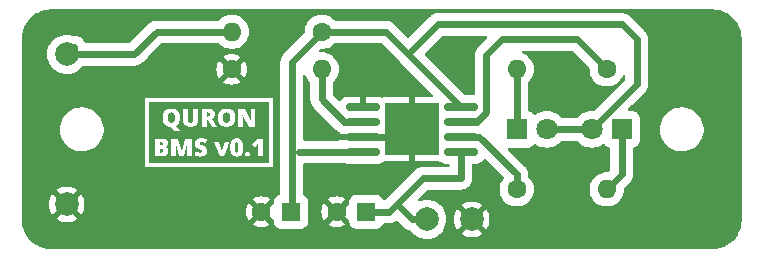
<source format=gbr>
%TF.GenerationSoftware,KiCad,Pcbnew,7.0.1-3b83917a11~172~ubuntu22.04.1*%
%TF.CreationDate,2024-11-25T15:47:01-06:00*%
%TF.ProjectId,Quron_BMS,5175726f-6e5f-4424-9d53-2e6b69636164,rev?*%
%TF.SameCoordinates,Original*%
%TF.FileFunction,Copper,L1,Top*%
%TF.FilePolarity,Positive*%
%FSLAX46Y46*%
G04 Gerber Fmt 4.6, Leading zero omitted, Abs format (unit mm)*
G04 Created by KiCad (PCBNEW 7.0.1-3b83917a11~172~ubuntu22.04.1) date 2024-11-25 15:47:01*
%MOMM*%
%LPD*%
G01*
G04 APERTURE LIST*
G04 Aperture macros list*
%AMRoundRect*
0 Rectangle with rounded corners*
0 $1 Rounding radius*
0 $2 $3 $4 $5 $6 $7 $8 $9 X,Y pos of 4 corners*
0 Add a 4 corners polygon primitive as box body*
4,1,4,$2,$3,$4,$5,$6,$7,$8,$9,$2,$3,0*
0 Add four circle primitives for the rounded corners*
1,1,$1+$1,$2,$3*
1,1,$1+$1,$4,$5*
1,1,$1+$1,$6,$7*
1,1,$1+$1,$8,$9*
0 Add four rect primitives between the rounded corners*
20,1,$1+$1,$2,$3,$4,$5,0*
20,1,$1+$1,$4,$5,$6,$7,0*
20,1,$1+$1,$6,$7,$8,$9,0*
20,1,$1+$1,$8,$9,$2,$3,0*%
G04 Aperture macros list end*
%ADD10C,0.200000*%
%TA.AperFunction,ComponentPad*%
%ADD11C,2.000000*%
%TD*%
%TA.AperFunction,ComponentPad*%
%ADD12C,1.600000*%
%TD*%
%TA.AperFunction,ComponentPad*%
%ADD13O,1.600000X1.600000*%
%TD*%
%TA.AperFunction,ComponentPad*%
%ADD14R,1.600000X1.600000*%
%TD*%
%TA.AperFunction,SMDPad,CuDef*%
%ADD15RoundRect,0.175000X-1.250000X-0.175000X1.250000X-0.175000X1.250000X0.175000X-1.250000X0.175000X0*%
%TD*%
%TA.AperFunction,SMDPad,CuDef*%
%ADD16R,4.570000X4.450000*%
%TD*%
%TA.AperFunction,ComponentPad*%
%ADD17R,1.800000X1.800000*%
%TD*%
%TA.AperFunction,ComponentPad*%
%ADD18C,1.800000*%
%TD*%
%TA.AperFunction,Conductor*%
%ADD19C,0.600000*%
%TD*%
G04 APERTURE END LIST*
D10*
G36*
X150300246Y-140788190D02*
G01*
X150316996Y-140792896D01*
X150332395Y-140800738D01*
X150346442Y-140811718D01*
X150359139Y-140825834D01*
X150367775Y-140838480D01*
X150375651Y-140852891D01*
X150382768Y-140869066D01*
X150389124Y-140887006D01*
X150394820Y-140907142D01*
X150398306Y-140922025D01*
X150401543Y-140938076D01*
X150404532Y-140955296D01*
X150407271Y-140973682D01*
X150409761Y-140993237D01*
X150412002Y-141013960D01*
X150413994Y-141035850D01*
X150415737Y-141058908D01*
X150417231Y-141083134D01*
X150418476Y-141108527D01*
X150419472Y-141135089D01*
X150420219Y-141162818D01*
X150420717Y-141191715D01*
X150420873Y-141206601D01*
X150420966Y-141221780D01*
X150420998Y-141237250D01*
X150420967Y-141252674D01*
X150420875Y-141267804D01*
X150420721Y-141282641D01*
X150420228Y-141311435D01*
X150419490Y-141339056D01*
X150418505Y-141365503D01*
X150417275Y-141390776D01*
X150415798Y-141414876D01*
X150414075Y-141437802D01*
X150412105Y-141459555D01*
X150409890Y-141480135D01*
X150407429Y-141499540D01*
X150404721Y-141517773D01*
X150401767Y-141534832D01*
X150398567Y-141550717D01*
X150395121Y-141565429D01*
X150389490Y-141585296D01*
X150383255Y-141602908D01*
X150376228Y-141618788D01*
X150368409Y-141632936D01*
X150359798Y-141645351D01*
X150347084Y-141659210D01*
X150332961Y-141669989D01*
X150317431Y-141677689D01*
X150300492Y-141682308D01*
X150282146Y-141683848D01*
X150263959Y-141682354D01*
X150247135Y-141677872D01*
X150231673Y-141670401D01*
X150217574Y-141659943D01*
X150204837Y-141646496D01*
X150196178Y-141634450D01*
X150188286Y-141620723D01*
X150181160Y-141605316D01*
X150174801Y-141588227D01*
X150172840Y-141582095D01*
X150167330Y-141561826D01*
X150163969Y-141546753D01*
X150160856Y-141530433D01*
X150157992Y-141512865D01*
X150155378Y-141494048D01*
X150153012Y-141473984D01*
X150150896Y-141452672D01*
X150149028Y-141430112D01*
X150147409Y-141406304D01*
X150146040Y-141381248D01*
X150144919Y-141354945D01*
X150144048Y-141327393D01*
X150143425Y-141298593D01*
X150143207Y-141283725D01*
X150143052Y-141268546D01*
X150142958Y-141253054D01*
X150142927Y-141237250D01*
X150142958Y-141221332D01*
X150143052Y-141205728D01*
X150143207Y-141190438D01*
X150143425Y-141175460D01*
X150143705Y-141160797D01*
X150144452Y-141132409D01*
X150145448Y-141105275D01*
X150146693Y-141079395D01*
X150148188Y-141054768D01*
X150149931Y-141031396D01*
X150151923Y-141009276D01*
X150154164Y-140988411D01*
X150156654Y-140968799D01*
X150159393Y-140950440D01*
X150162381Y-140933336D01*
X150165618Y-140917485D01*
X150169105Y-140902888D01*
X150174801Y-140883342D01*
X150181160Y-140866057D01*
X150188286Y-140850472D01*
X150196178Y-140836588D01*
X150204837Y-140824403D01*
X150217574Y-140810802D01*
X150231673Y-140800223D01*
X150247135Y-140792667D01*
X150263959Y-140788133D01*
X150282146Y-140786622D01*
X150300246Y-140788190D01*
G37*
G36*
X143903158Y-141368747D02*
G01*
X143920085Y-141369761D01*
X143936208Y-141371451D01*
X143951525Y-141373818D01*
X143970697Y-141378025D01*
X143988437Y-141383435D01*
X144004746Y-141390047D01*
X144019623Y-141397861D01*
X144033070Y-141406877D01*
X144045091Y-141417015D01*
X144055510Y-141428195D01*
X144064326Y-141440416D01*
X144071538Y-141453680D01*
X144077148Y-141467985D01*
X144081155Y-141483332D01*
X144083560Y-141499721D01*
X144084361Y-141517152D01*
X144083616Y-141535741D01*
X144081379Y-141553130D01*
X144077651Y-141569321D01*
X144072431Y-141584311D01*
X144065721Y-141598103D01*
X144057519Y-141610695D01*
X144047826Y-141622088D01*
X144036642Y-141632282D01*
X144023967Y-141641277D01*
X144009800Y-141649072D01*
X143994143Y-141655668D01*
X143976994Y-141661065D01*
X143958353Y-141665262D01*
X143938222Y-141668260D01*
X143916599Y-141670059D01*
X143893485Y-141670659D01*
X143750237Y-141670659D01*
X143750237Y-141368408D01*
X143885425Y-141368408D01*
X143903158Y-141368747D01*
G37*
G36*
X143887790Y-140792993D02*
G01*
X143909537Y-140794522D01*
X143929784Y-140797069D01*
X143948532Y-140800635D01*
X143965779Y-140805221D01*
X143981527Y-140810825D01*
X143995775Y-140817448D01*
X144008524Y-140825090D01*
X144024834Y-140838464D01*
X144037770Y-140854130D01*
X144047331Y-140872089D01*
X144053518Y-140892341D01*
X144055768Y-140907116D01*
X144056517Y-140922909D01*
X144055768Y-140940667D01*
X144053518Y-140957302D01*
X144049768Y-140972815D01*
X144044519Y-140987206D01*
X144037770Y-141000476D01*
X144029521Y-141012623D01*
X144019772Y-141023648D01*
X144008524Y-141033551D01*
X143999177Y-141040164D01*
X143985633Y-141047970D01*
X143970853Y-141054619D01*
X143954836Y-141060111D01*
X143937582Y-141064447D01*
X143919092Y-141067627D01*
X143904413Y-141069253D01*
X143889039Y-141070229D01*
X143872969Y-141070554D01*
X143750237Y-141070554D01*
X143750237Y-140792484D01*
X143864543Y-140792484D01*
X143887790Y-140792993D01*
G37*
G36*
X144761979Y-138275101D02*
G01*
X144779921Y-138276359D01*
X144797276Y-138278456D01*
X144814044Y-138281391D01*
X144830226Y-138285165D01*
X144845821Y-138289777D01*
X144860829Y-138295228D01*
X144875250Y-138301518D01*
X144889085Y-138308647D01*
X144902332Y-138316614D01*
X144914994Y-138325419D01*
X144927068Y-138335063D01*
X144938555Y-138345546D01*
X144949456Y-138356868D01*
X144959770Y-138369028D01*
X144969497Y-138382027D01*
X144978681Y-138395904D01*
X144987272Y-138410700D01*
X144995270Y-138426415D01*
X145002676Y-138443049D01*
X145009490Y-138460602D01*
X145015711Y-138479073D01*
X145021339Y-138498463D01*
X145026375Y-138518772D01*
X145030819Y-138540000D01*
X145034670Y-138562146D01*
X145037929Y-138585211D01*
X145040595Y-138609195D01*
X145042669Y-138634098D01*
X145044150Y-138659920D01*
X145045039Y-138686660D01*
X145045335Y-138714319D01*
X145045043Y-138741839D01*
X145044167Y-138768438D01*
X145042707Y-138794115D01*
X145040664Y-138818870D01*
X145038036Y-138842704D01*
X145034825Y-138865616D01*
X145031029Y-138887607D01*
X145026650Y-138908675D01*
X145021687Y-138928823D01*
X145016140Y-138948048D01*
X145010009Y-138966352D01*
X145003294Y-138983734D01*
X144995996Y-139000195D01*
X144988113Y-139015734D01*
X144979647Y-139030351D01*
X144970596Y-139044047D01*
X144960942Y-139056824D01*
X144950664Y-139068777D01*
X144939762Y-139079905D01*
X144928236Y-139090209D01*
X144916085Y-139099689D01*
X144903311Y-139108344D01*
X144889913Y-139116175D01*
X144875891Y-139123182D01*
X144861245Y-139129364D01*
X144845975Y-139134722D01*
X144830081Y-139139256D01*
X144813564Y-139142965D01*
X144796422Y-139145850D01*
X144778656Y-139147911D01*
X144760266Y-139149148D01*
X144741252Y-139149560D01*
X144722567Y-139149135D01*
X144704474Y-139147860D01*
X144686975Y-139145735D01*
X144670069Y-139142759D01*
X144653756Y-139138934D01*
X144638036Y-139134258D01*
X144622910Y-139128733D01*
X144608377Y-139122357D01*
X144594437Y-139115132D01*
X144581090Y-139107056D01*
X144568336Y-139098130D01*
X144556175Y-139088354D01*
X144544608Y-139077728D01*
X144533634Y-139066252D01*
X144523253Y-139053926D01*
X144513465Y-139040750D01*
X144504271Y-139026723D01*
X144495670Y-139011847D01*
X144487661Y-138996120D01*
X144480246Y-138979544D01*
X144473425Y-138962117D01*
X144467196Y-138943841D01*
X144461561Y-138924714D01*
X144456519Y-138904737D01*
X144452070Y-138883910D01*
X144448214Y-138862233D01*
X144444951Y-138839706D01*
X144442282Y-138816329D01*
X144440206Y-138792101D01*
X144438723Y-138767024D01*
X144437833Y-138741097D01*
X144437536Y-138714319D01*
X144437835Y-138687271D01*
X144438731Y-138661082D01*
X144440225Y-138635751D01*
X144442316Y-138611279D01*
X144445005Y-138587666D01*
X144448291Y-138564911D01*
X144452175Y-138543015D01*
X144456656Y-138521978D01*
X144461735Y-138501799D01*
X144467411Y-138482479D01*
X144473684Y-138464018D01*
X144480556Y-138446415D01*
X144488024Y-138429671D01*
X144496090Y-138413786D01*
X144504754Y-138398759D01*
X144514015Y-138384591D01*
X144523874Y-138371282D01*
X144534330Y-138358831D01*
X144545383Y-138347239D01*
X144557034Y-138336506D01*
X144569283Y-138326631D01*
X144582129Y-138317615D01*
X144595572Y-138309458D01*
X144609613Y-138302159D01*
X144624252Y-138295719D01*
X144639488Y-138290138D01*
X144655321Y-138285415D01*
X144671752Y-138281551D01*
X144688780Y-138278546D01*
X144706406Y-138276399D01*
X144724630Y-138275111D01*
X144743451Y-138274682D01*
X144761979Y-138275101D01*
G37*
G36*
X149444115Y-138275101D02*
G01*
X149462056Y-138276359D01*
X149479411Y-138278456D01*
X149496180Y-138281391D01*
X149512361Y-138285165D01*
X149527956Y-138289777D01*
X149542964Y-138295228D01*
X149557386Y-138301518D01*
X149571220Y-138308647D01*
X149584468Y-138316614D01*
X149597129Y-138325419D01*
X149609203Y-138335063D01*
X149620691Y-138345546D01*
X149631591Y-138356868D01*
X149641905Y-138369028D01*
X149651633Y-138382027D01*
X149660816Y-138395904D01*
X149669407Y-138410700D01*
X149677406Y-138426415D01*
X149684812Y-138443049D01*
X149691625Y-138460602D01*
X149697846Y-138479073D01*
X149703475Y-138498463D01*
X149708511Y-138518772D01*
X149712954Y-138540000D01*
X149716805Y-138562146D01*
X149720064Y-138585211D01*
X149722730Y-138609195D01*
X149724804Y-138634098D01*
X149726285Y-138659920D01*
X149727174Y-138686660D01*
X149727470Y-138714319D01*
X149727178Y-138741839D01*
X149726302Y-138768438D01*
X149724843Y-138794115D01*
X149722799Y-138818870D01*
X149720171Y-138842704D01*
X149716960Y-138865616D01*
X149713165Y-138887607D01*
X149708786Y-138908675D01*
X149703822Y-138928823D01*
X149698275Y-138948048D01*
X149692145Y-138966352D01*
X149685430Y-138983734D01*
X149678131Y-139000195D01*
X149670249Y-139015734D01*
X149661782Y-139030351D01*
X149652732Y-139044047D01*
X149643078Y-139056824D01*
X149632799Y-139068777D01*
X149621897Y-139079905D01*
X149610371Y-139090209D01*
X149598221Y-139099689D01*
X149585447Y-139108344D01*
X149572049Y-139116175D01*
X149558027Y-139123182D01*
X149543381Y-139129364D01*
X149528111Y-139134722D01*
X149512217Y-139139256D01*
X149495699Y-139142965D01*
X149478557Y-139145850D01*
X149460791Y-139147911D01*
X149442402Y-139149148D01*
X149423388Y-139149560D01*
X149404702Y-139149135D01*
X149386610Y-139147860D01*
X149369110Y-139145735D01*
X149352204Y-139142759D01*
X149335891Y-139138934D01*
X149320172Y-139134258D01*
X149305045Y-139128733D01*
X149290512Y-139122357D01*
X149276572Y-139115132D01*
X149263225Y-139107056D01*
X149250471Y-139098130D01*
X149238311Y-139088354D01*
X149226744Y-139077728D01*
X149215769Y-139066252D01*
X149205389Y-139053926D01*
X149195601Y-139040750D01*
X149186406Y-139026723D01*
X149177805Y-139011847D01*
X149169797Y-138996120D01*
X149162382Y-138979544D01*
X149155560Y-138962117D01*
X149149332Y-138943841D01*
X149143696Y-138924714D01*
X149138654Y-138904737D01*
X149134205Y-138883910D01*
X149130349Y-138862233D01*
X149127087Y-138839706D01*
X149124417Y-138816329D01*
X149122341Y-138792101D01*
X149120858Y-138767024D01*
X149119968Y-138741097D01*
X149119672Y-138714319D01*
X149119971Y-138687271D01*
X149120867Y-138661082D01*
X149122361Y-138635751D01*
X149124452Y-138611279D01*
X149127140Y-138587666D01*
X149130427Y-138564911D01*
X149134310Y-138543015D01*
X149138791Y-138521978D01*
X149143870Y-138501799D01*
X149149546Y-138482479D01*
X149155820Y-138464018D01*
X149162691Y-138446415D01*
X149170160Y-138429671D01*
X149178226Y-138413786D01*
X149186889Y-138398759D01*
X149196150Y-138384591D01*
X149206009Y-138371282D01*
X149216465Y-138358831D01*
X149227519Y-138347239D01*
X149239170Y-138336506D01*
X149251418Y-138326631D01*
X149264264Y-138317615D01*
X149277708Y-138309458D01*
X149291749Y-138302159D01*
X149306387Y-138295719D01*
X149321623Y-138290138D01*
X149337456Y-138285415D01*
X149353887Y-138281551D01*
X149370916Y-138278546D01*
X149388542Y-138276399D01*
X149406765Y-138275111D01*
X149425586Y-138274682D01*
X149444115Y-138275101D01*
G37*
G36*
X147839282Y-138273098D02*
G01*
X147862979Y-138274940D01*
X147885043Y-138278009D01*
X147905472Y-138282307D01*
X147924267Y-138287832D01*
X147941427Y-138294586D01*
X147956953Y-138302567D01*
X147970845Y-138311776D01*
X147983103Y-138322213D01*
X147993726Y-138333878D01*
X148002714Y-138346771D01*
X148010069Y-138360892D01*
X148015789Y-138376241D01*
X148019875Y-138392817D01*
X148022326Y-138410622D01*
X148023144Y-138429654D01*
X148022309Y-138452679D01*
X148019806Y-138474219D01*
X148015635Y-138494273D01*
X148009794Y-138512842D01*
X148002285Y-138529925D01*
X147993107Y-138545522D01*
X147982261Y-138559635D01*
X147969746Y-138572261D01*
X147955562Y-138583403D01*
X147939710Y-138593058D01*
X147922189Y-138601228D01*
X147902999Y-138607913D01*
X147882141Y-138613112D01*
X147859613Y-138616826D01*
X147835418Y-138619054D01*
X147809553Y-138619797D01*
X147733349Y-138619797D01*
X147733349Y-138272484D01*
X147813950Y-138272484D01*
X147839282Y-138273098D01*
G37*
G36*
X152984725Y-142522733D02*
G01*
X142828920Y-142522733D01*
X142828920Y-140484371D01*
X143343206Y-140484371D01*
X143343206Y-140792484D01*
X143343206Y-141368408D01*
X143343206Y-141985000D01*
X143929389Y-141985000D01*
X143945903Y-141984886D01*
X143962199Y-141984547D01*
X143978275Y-141983982D01*
X143994133Y-141983191D01*
X144009771Y-141982173D01*
X144025190Y-141980929D01*
X144040391Y-141979460D01*
X144055373Y-141977764D01*
X144070135Y-141975842D01*
X144084679Y-141973694D01*
X144113109Y-141968719D01*
X144140664Y-141962840D01*
X144167343Y-141956057D01*
X144193146Y-141948369D01*
X144218073Y-141939776D01*
X144242124Y-141930280D01*
X144265299Y-141919878D01*
X144287599Y-141908572D01*
X144309023Y-141896362D01*
X144329570Y-141883248D01*
X144349243Y-141869228D01*
X144367920Y-141854379D01*
X144385392Y-141838866D01*
X144401660Y-141822689D01*
X144416722Y-141805847D01*
X144430580Y-141788342D01*
X144443232Y-141770173D01*
X144454680Y-141751339D01*
X144464922Y-141731842D01*
X144473960Y-141711680D01*
X144481792Y-141690855D01*
X144488419Y-141669365D01*
X144493842Y-141647212D01*
X144498059Y-141624394D01*
X144501072Y-141600912D01*
X144502879Y-141576767D01*
X144503482Y-141551957D01*
X144503236Y-141535210D01*
X144502497Y-141518858D01*
X144501267Y-141502901D01*
X144499543Y-141487339D01*
X144497328Y-141472173D01*
X144494620Y-141457401D01*
X144491420Y-141443024D01*
X144485697Y-141422199D01*
X144478867Y-141402263D01*
X144470928Y-141383215D01*
X144461882Y-141365057D01*
X144451729Y-141347787D01*
X144440467Y-141331406D01*
X144436476Y-141326118D01*
X144423597Y-141310832D01*
X144409360Y-141296409D01*
X144393763Y-141282848D01*
X144376807Y-141270151D01*
X144358493Y-141258316D01*
X144345529Y-141250906D01*
X144331960Y-141243879D01*
X144317788Y-141237236D01*
X144303012Y-141230976D01*
X144287632Y-141225100D01*
X144271648Y-141219607D01*
X144255060Y-141214498D01*
X144237868Y-141209773D01*
X144237868Y-141199515D01*
X144250987Y-141195967D01*
X144270059Y-141189706D01*
X144288403Y-141182318D01*
X144306020Y-141173804D01*
X144322909Y-141164162D01*
X144339070Y-141153393D01*
X144354503Y-141141497D01*
X144369209Y-141128475D01*
X144383187Y-141114325D01*
X144396437Y-141099048D01*
X144408960Y-141082644D01*
X144416812Y-141071142D01*
X144427641Y-141053348D01*
X144437330Y-141034902D01*
X144445879Y-141015807D01*
X144453289Y-140996061D01*
X144459558Y-140975664D01*
X144464687Y-140954617D01*
X144467474Y-140940224D01*
X144469753Y-140925543D01*
X144471527Y-140910572D01*
X144472793Y-140895312D01*
X144473553Y-140879763D01*
X144473806Y-140863925D01*
X144473224Y-140839962D01*
X144471477Y-140816801D01*
X144468564Y-140794442D01*
X144464487Y-140772883D01*
X144459245Y-140752126D01*
X144452838Y-140732171D01*
X144445266Y-140713017D01*
X144436529Y-140694665D01*
X144426627Y-140677113D01*
X144415560Y-140660364D01*
X144403328Y-140644415D01*
X144389932Y-140629269D01*
X144375370Y-140614923D01*
X144359644Y-140601379D01*
X144342752Y-140588636D01*
X144324696Y-140576695D01*
X144305485Y-140565515D01*
X144285037Y-140555057D01*
X144263353Y-140545320D01*
X144240432Y-140536304D01*
X144216275Y-140528009D01*
X144190882Y-140520435D01*
X144164251Y-140513583D01*
X144136385Y-140507452D01*
X144121988Y-140504657D01*
X144107282Y-140502043D01*
X144092267Y-140499608D01*
X144076942Y-140497354D01*
X144061309Y-140495281D01*
X144045366Y-140493387D01*
X144029115Y-140491674D01*
X144012554Y-140490142D01*
X143995684Y-140488789D01*
X143978505Y-140487617D01*
X143961017Y-140486625D01*
X143943219Y-140485814D01*
X143925113Y-140485183D01*
X143906697Y-140484732D01*
X143887973Y-140484462D01*
X143868939Y-140484371D01*
X144757372Y-140484371D01*
X144757372Y-141985000D01*
X145118241Y-141985000D01*
X145118241Y-141333237D01*
X145118220Y-141323569D01*
X145118051Y-141303507D01*
X145117713Y-141282481D01*
X145117207Y-141260491D01*
X145116531Y-141237536D01*
X145115687Y-141213616D01*
X145114674Y-141188732D01*
X145113492Y-141162883D01*
X145112141Y-141136070D01*
X145110621Y-141108292D01*
X145108932Y-141079550D01*
X145108024Y-141064817D01*
X145107075Y-141049843D01*
X145106082Y-141034628D01*
X145105048Y-141019171D01*
X145103972Y-141003474D01*
X145102853Y-140987535D01*
X145101692Y-140971355D01*
X145100489Y-140954935D01*
X145099243Y-140938272D01*
X145097955Y-140921369D01*
X145096626Y-140904225D01*
X145105785Y-140904225D01*
X145413897Y-141985000D01*
X145801144Y-141985000D01*
X146105226Y-140906423D01*
X146114386Y-140906423D01*
X146113640Y-140921518D01*
X146112914Y-140936259D01*
X146111523Y-140964675D01*
X146110212Y-140991671D01*
X146108982Y-141017248D01*
X146107831Y-141041405D01*
X146106761Y-141064143D01*
X146105770Y-141085461D01*
X146104860Y-141105359D01*
X146104030Y-141123837D01*
X146103280Y-141140896D01*
X146102610Y-141156535D01*
X146101756Y-141177332D01*
X146101082Y-141194935D01*
X146100464Y-141213436D01*
X146100120Y-141228835D01*
X146099823Y-141243890D01*
X146099571Y-141258602D01*
X146099320Y-141276509D01*
X146099141Y-141293879D01*
X146099034Y-141310712D01*
X146098998Y-141327009D01*
X146098998Y-141985000D01*
X146473056Y-141985000D01*
X146473056Y-141913558D01*
X146717055Y-141913558D01*
X146730806Y-141920029D01*
X146744492Y-141926250D01*
X146758112Y-141932222D01*
X146771666Y-141937945D01*
X146791874Y-141946062D01*
X146811933Y-141953620D01*
X146831845Y-141960617D01*
X146851608Y-141967053D01*
X146871223Y-141972930D01*
X146890690Y-141978246D01*
X146910009Y-141983002D01*
X146929180Y-141987198D01*
X146935615Y-141988505D01*
X146955484Y-141992178D01*
X146976196Y-141995477D01*
X146997751Y-141998403D01*
X147012591Y-142000146D01*
X147027805Y-142001723D01*
X147043394Y-142003135D01*
X147059358Y-142004380D01*
X147075697Y-142005459D01*
X147092411Y-142006372D01*
X147109500Y-142007119D01*
X147126963Y-142007700D01*
X147144802Y-142008115D01*
X147163016Y-142008364D01*
X147181605Y-142008447D01*
X147203999Y-142008212D01*
X147226026Y-142007508D01*
X147247688Y-142006334D01*
X147268983Y-142004692D01*
X147289911Y-142002579D01*
X147310473Y-141999998D01*
X147330669Y-141996946D01*
X147350499Y-141993426D01*
X147369962Y-141989436D01*
X147389058Y-141984977D01*
X147407789Y-141980048D01*
X147426153Y-141974650D01*
X147444150Y-141968782D01*
X147461782Y-141962445D01*
X147479047Y-141955639D01*
X147495945Y-141948363D01*
X147512460Y-141940619D01*
X147528483Y-141932501D01*
X147544013Y-141924007D01*
X147559051Y-141915138D01*
X147573597Y-141905895D01*
X147587651Y-141896276D01*
X147601212Y-141886283D01*
X147614281Y-141875915D01*
X147626858Y-141865171D01*
X147638942Y-141854053D01*
X147650534Y-141842560D01*
X147661633Y-141830691D01*
X147672241Y-141818448D01*
X147682356Y-141805830D01*
X147691979Y-141792837D01*
X147701109Y-141779469D01*
X147709716Y-141765746D01*
X147717767Y-141751780D01*
X147725264Y-141737571D01*
X147732204Y-141723118D01*
X147738590Y-141708422D01*
X147744420Y-141693482D01*
X147749695Y-141678300D01*
X147754415Y-141662874D01*
X147758580Y-141647204D01*
X147762189Y-141631292D01*
X147765243Y-141615136D01*
X147767742Y-141598737D01*
X147769685Y-141582095D01*
X147771073Y-141565209D01*
X147771906Y-141548080D01*
X147772184Y-141530708D01*
X147771888Y-141511860D01*
X147770999Y-141493419D01*
X147769518Y-141475384D01*
X147767444Y-141457756D01*
X147764778Y-141440534D01*
X147761519Y-141423718D01*
X147757668Y-141407309D01*
X147753225Y-141391306D01*
X147748188Y-141375710D01*
X147742560Y-141360520D01*
X147736339Y-141345737D01*
X147729525Y-141331360D01*
X147722119Y-141317389D01*
X147714121Y-141303825D01*
X147705530Y-141290668D01*
X147696347Y-141277916D01*
X147686446Y-141265419D01*
X147675613Y-141253021D01*
X147663846Y-141240723D01*
X147651146Y-141228526D01*
X147637514Y-141216429D01*
X147622948Y-141204432D01*
X147607449Y-141192535D01*
X147591017Y-141180738D01*
X147573652Y-141169042D01*
X147555354Y-141157446D01*
X147536122Y-141145949D01*
X147515958Y-141134554D01*
X147494860Y-141123258D01*
X147472830Y-141112062D01*
X147449866Y-141100967D01*
X147425970Y-141089972D01*
X147413438Y-141084235D01*
X147389295Y-141073101D01*
X147366380Y-141062419D01*
X147344693Y-141052190D01*
X147324234Y-141042412D01*
X147305003Y-141033087D01*
X147286999Y-141024214D01*
X147270224Y-141015794D01*
X147254676Y-141007825D01*
X147240356Y-141000309D01*
X147221179Y-140989883D01*
X147204765Y-140980474D01*
X147191113Y-140972082D01*
X147177208Y-140962477D01*
X147166475Y-140953541D01*
X147155071Y-140941969D01*
X147145903Y-140929949D01*
X147137853Y-140914935D01*
X147133023Y-140899278D01*
X147131413Y-140882976D01*
X147132675Y-140868065D01*
X147137338Y-140851874D01*
X147145438Y-140836980D01*
X147155115Y-140825246D01*
X147167316Y-140814466D01*
X147169625Y-140812753D01*
X147182425Y-140805003D01*
X147197317Y-140798613D01*
X147214303Y-140793583D01*
X147229398Y-140790537D01*
X147245833Y-140788362D01*
X147263607Y-140787057D01*
X147282721Y-140786622D01*
X147302136Y-140787000D01*
X147322002Y-140788133D01*
X147342321Y-140790022D01*
X147363092Y-140792667D01*
X147384316Y-140796067D01*
X147405991Y-140800223D01*
X147428119Y-140805135D01*
X147450699Y-140810802D01*
X147473732Y-140817225D01*
X147497216Y-140824403D01*
X147521153Y-140832337D01*
X147545542Y-140841027D01*
X147570383Y-140850472D01*
X147595676Y-140860673D01*
X147621422Y-140871630D01*
X147647620Y-140883342D01*
X147675640Y-140812634D01*
X148381448Y-140812634D01*
X148826580Y-141985000D01*
X149225185Y-141985000D01*
X149509096Y-141237250D01*
X149738095Y-141237250D01*
X149738228Y-141260994D01*
X149738630Y-141284369D01*
X149739299Y-141307376D01*
X149740236Y-141330015D01*
X149741440Y-141352284D01*
X149742912Y-141374186D01*
X149744651Y-141395719D01*
X149746658Y-141416883D01*
X149748933Y-141437679D01*
X149751475Y-141458106D01*
X149754285Y-141478165D01*
X149757363Y-141497855D01*
X149760708Y-141517177D01*
X149764321Y-141536130D01*
X149768202Y-141554715D01*
X149772350Y-141572931D01*
X149776765Y-141590779D01*
X149781449Y-141608258D01*
X149786400Y-141625369D01*
X149791618Y-141642111D01*
X149797104Y-141658485D01*
X149802858Y-141674490D01*
X149808879Y-141690127D01*
X149815168Y-141705395D01*
X149821725Y-141720295D01*
X149828549Y-141734826D01*
X149835641Y-141748988D01*
X149843001Y-141762782D01*
X149850628Y-141776208D01*
X149858523Y-141789265D01*
X149866685Y-141801954D01*
X149875115Y-141814274D01*
X149883808Y-141826220D01*
X149901975Y-141848975D01*
X149921180Y-141870212D01*
X149941425Y-141889933D01*
X149962708Y-141908137D01*
X149985031Y-141924823D01*
X150008392Y-141939993D01*
X150032793Y-141953646D01*
X150058232Y-141965782D01*
X150084711Y-141976401D01*
X150112228Y-141985503D01*
X150126376Y-141989485D01*
X150140784Y-141993087D01*
X150155452Y-141996311D01*
X150170380Y-141999155D01*
X150185567Y-142001620D01*
X150201014Y-142003706D01*
X150216721Y-142005413D01*
X150232687Y-142006740D01*
X150248914Y-142007688D01*
X150265400Y-142008257D01*
X150282146Y-142008447D01*
X150299271Y-142008265D01*
X150316119Y-142007721D01*
X150332688Y-142006814D01*
X150348978Y-142005545D01*
X150364991Y-142003912D01*
X150380725Y-142001917D01*
X150396180Y-141999559D01*
X150411358Y-141996838D01*
X150426257Y-141993754D01*
X150440877Y-141990307D01*
X150455219Y-141986498D01*
X150469283Y-141982326D01*
X150496576Y-141972894D01*
X150522755Y-141962010D01*
X150547821Y-141949675D01*
X150571774Y-141935890D01*
X150594613Y-141920652D01*
X150616338Y-141903964D01*
X150636951Y-141885825D01*
X150656450Y-141866235D01*
X150674835Y-141845193D01*
X150692107Y-141822700D01*
X150699513Y-141811709D01*
X150981901Y-141811709D01*
X150981959Y-141817530D01*
X150982817Y-141834498D01*
X150984706Y-141850726D01*
X150987626Y-141866213D01*
X150991576Y-141880960D01*
X150996556Y-141894965D01*
X151004799Y-141912488D01*
X151014874Y-141928694D01*
X151026781Y-141943583D01*
X151040520Y-141957156D01*
X151048060Y-141963367D01*
X151059999Y-141971932D01*
X151072691Y-141979596D01*
X151086137Y-141986358D01*
X151100336Y-141992218D01*
X151115288Y-141997177D01*
X151130994Y-142001234D01*
X151147454Y-142004390D01*
X151164667Y-142006644D01*
X151182633Y-142007996D01*
X151201353Y-142008447D01*
X151213551Y-142008244D01*
X151231219Y-142007177D01*
X151248134Y-142005195D01*
X151264295Y-142002299D01*
X151279702Y-141998489D01*
X151294357Y-141993764D01*
X151308257Y-141988125D01*
X151325620Y-141979183D01*
X151341642Y-141968616D01*
X151356326Y-141956423D01*
X151359797Y-141953132D01*
X151372579Y-141939173D01*
X151383599Y-141923943D01*
X151392855Y-141907442D01*
X151400349Y-141889671D01*
X151404812Y-141875508D01*
X151408283Y-141860631D01*
X151410762Y-141845038D01*
X151412250Y-141828731D01*
X151412746Y-141811709D01*
X151412692Y-141805821D01*
X151411893Y-141788668D01*
X151410134Y-141772282D01*
X151407415Y-141756662D01*
X151403736Y-141741808D01*
X151399099Y-141727720D01*
X151391422Y-141710129D01*
X151382040Y-141693900D01*
X151370952Y-141679034D01*
X151358157Y-141665530D01*
X151347503Y-141656298D01*
X151331996Y-141645402D01*
X151315000Y-141636119D01*
X151301276Y-141630217D01*
X151286716Y-141625223D01*
X151271318Y-141621137D01*
X151255082Y-141617959D01*
X151238010Y-141615689D01*
X151220100Y-141614327D01*
X151201353Y-141613872D01*
X151181739Y-141614327D01*
X151163014Y-141615689D01*
X151145177Y-141617959D01*
X151128229Y-141621137D01*
X151112170Y-141625223D01*
X151097000Y-141630217D01*
X151082718Y-141636119D01*
X151069325Y-141642930D01*
X151052850Y-141653423D01*
X151037955Y-141665530D01*
X151034506Y-141668778D01*
X151021807Y-141682623D01*
X151010859Y-141697830D01*
X151001662Y-141714399D01*
X150994218Y-141732331D01*
X150989784Y-141746674D01*
X150986335Y-141761783D01*
X150983872Y-141777659D01*
X150982394Y-141794301D01*
X150981901Y-141811709D01*
X150699513Y-141811709D01*
X150708345Y-141798603D01*
X150716070Y-141785930D01*
X150723534Y-141772840D01*
X150730736Y-141759334D01*
X150737677Y-141745412D01*
X150744355Y-141731073D01*
X150750771Y-141716317D01*
X150756926Y-141701145D01*
X150762818Y-141685557D01*
X150768449Y-141669552D01*
X150773818Y-141653131D01*
X150778925Y-141636293D01*
X150783770Y-141619039D01*
X150788353Y-141601368D01*
X150792674Y-141583281D01*
X150796733Y-141564778D01*
X150800531Y-141545858D01*
X150804066Y-141526521D01*
X150807340Y-141506768D01*
X150810352Y-141486599D01*
X150813102Y-141466013D01*
X150815590Y-141445011D01*
X150817816Y-141423592D01*
X150819780Y-141401757D01*
X150821482Y-141379505D01*
X150822923Y-141356837D01*
X150824101Y-141333753D01*
X150825018Y-141310252D01*
X150825673Y-141286334D01*
X150826066Y-141262000D01*
X150826196Y-141237250D01*
X150826062Y-141213303D01*
X150825658Y-141189729D01*
X150824986Y-141166528D01*
X150824044Y-141143701D01*
X150822833Y-141121248D01*
X150821354Y-141099168D01*
X150819605Y-141077462D01*
X150817587Y-141056129D01*
X150815300Y-141035169D01*
X150812744Y-141014584D01*
X150809919Y-140994371D01*
X150806825Y-140974532D01*
X150803462Y-140955067D01*
X150799830Y-140935976D01*
X150795928Y-140917257D01*
X150792966Y-140904225D01*
X151586402Y-140904225D01*
X151797428Y-141163977D01*
X151968520Y-141023660D01*
X151982425Y-141011175D01*
X151995746Y-140998816D01*
X152008483Y-140986582D01*
X152020636Y-140974475D01*
X152032205Y-140962494D01*
X152043190Y-140950639D01*
X152053591Y-140938909D01*
X152063409Y-140927306D01*
X152062699Y-140942378D01*
X152062035Y-140957645D01*
X152061417Y-140973107D01*
X152060844Y-140988763D01*
X152060317Y-141004614D01*
X152059837Y-141020660D01*
X152059401Y-141036900D01*
X152059012Y-141053335D01*
X152058669Y-141069965D01*
X152058371Y-141086789D01*
X152058119Y-141103808D01*
X152057913Y-141121021D01*
X152057753Y-141138429D01*
X152057638Y-141156032D01*
X152057570Y-141173829D01*
X152057547Y-141191821D01*
X152057547Y-141985000D01*
X152470439Y-141985000D01*
X152470439Y-140484371D01*
X152103709Y-140484371D01*
X151586402Y-140904225D01*
X150792966Y-140904225D01*
X150791758Y-140898913D01*
X150787319Y-140880941D01*
X150782611Y-140863344D01*
X150777633Y-140846120D01*
X150772387Y-140829269D01*
X150766871Y-140812792D01*
X150761087Y-140796688D01*
X150755033Y-140780958D01*
X150748710Y-140765602D01*
X150742119Y-140750619D01*
X150735258Y-140736009D01*
X150728128Y-140721773D01*
X150720729Y-140707911D01*
X150713061Y-140694422D01*
X150705125Y-140681307D01*
X150696919Y-140668565D01*
X150688444Y-140656196D01*
X150679728Y-140644182D01*
X150661528Y-140621299D01*
X150642299Y-140599941D01*
X150622043Y-140580109D01*
X150600760Y-140561802D01*
X150578449Y-140545021D01*
X150555110Y-140529765D01*
X150530744Y-140516035D01*
X150505350Y-140503831D01*
X150478929Y-140493152D01*
X150451481Y-140483998D01*
X150437371Y-140479994D01*
X150423004Y-140476370D01*
X150408381Y-140473129D01*
X150393501Y-140470268D01*
X150378363Y-140467789D01*
X150362969Y-140465692D01*
X150347318Y-140463975D01*
X150331410Y-140462640D01*
X150315246Y-140461687D01*
X150298824Y-140461115D01*
X150282146Y-140460924D01*
X150265019Y-140461107D01*
X150248171Y-140461657D01*
X150231600Y-140462573D01*
X150215307Y-140463855D01*
X150199291Y-140465504D01*
X150183553Y-140467519D01*
X150168093Y-140469900D01*
X150152911Y-140472648D01*
X150138006Y-140475762D01*
X150123378Y-140479242D01*
X150109028Y-140483089D01*
X150094956Y-140487302D01*
X150067645Y-140496828D01*
X150041444Y-140507819D01*
X150016354Y-140520275D01*
X149992374Y-140534197D01*
X149969505Y-140549584D01*
X149947747Y-140566437D01*
X149927098Y-140584755D01*
X149907561Y-140604539D01*
X149889134Y-140625788D01*
X149871818Y-140648503D01*
X149863590Y-140660413D01*
X149855625Y-140672741D01*
X149847920Y-140685489D01*
X149840476Y-140698654D01*
X149833294Y-140712239D01*
X149826373Y-140726242D01*
X149819713Y-140740664D01*
X149813314Y-140755504D01*
X149807176Y-140770763D01*
X149801300Y-140786440D01*
X149795684Y-140802536D01*
X149790330Y-140819051D01*
X149785237Y-140835984D01*
X149780405Y-140853336D01*
X149775835Y-140871107D01*
X149771525Y-140889296D01*
X149767477Y-140907903D01*
X149763690Y-140926929D01*
X149760164Y-140946374D01*
X149756899Y-140966238D01*
X149753896Y-140986520D01*
X149751153Y-141007220D01*
X149748672Y-141028340D01*
X149746452Y-141049878D01*
X149744493Y-141071834D01*
X149742796Y-141094209D01*
X149741359Y-141117003D01*
X149740184Y-141140215D01*
X149739270Y-141163846D01*
X149738617Y-141187895D01*
X149738225Y-141212363D01*
X149738095Y-141237250D01*
X149509096Y-141237250D01*
X149670317Y-140812634D01*
X149251196Y-140812634D01*
X149043834Y-141509092D01*
X149042707Y-141513044D01*
X149038557Y-141528666D01*
X149034979Y-141543991D01*
X149031974Y-141559017D01*
X149029541Y-141573746D01*
X149027305Y-141591739D01*
X149025963Y-141609266D01*
X149025516Y-141626329D01*
X149018189Y-141626329D01*
X149018126Y-141621114D01*
X149017285Y-141605847D01*
X149015624Y-141590792D01*
X149014805Y-141584786D01*
X149012507Y-141569759D01*
X149009762Y-141554521D01*
X149006934Y-141539425D01*
X149003534Y-141524846D01*
X149002830Y-141521846D01*
X148999504Y-141507260D01*
X148802034Y-140812634D01*
X148381448Y-140812634D01*
X147675640Y-140812634D01*
X147772184Y-140569002D01*
X147756989Y-140562352D01*
X147741813Y-140555914D01*
X147726655Y-140549687D01*
X147711516Y-140543671D01*
X147696396Y-140537866D01*
X147681294Y-140532272D01*
X147666211Y-140526889D01*
X147651146Y-140521718D01*
X147636100Y-140516757D01*
X147621073Y-140512008D01*
X147606064Y-140507469D01*
X147591074Y-140503142D01*
X147576102Y-140499026D01*
X147561149Y-140495121D01*
X147546215Y-140491426D01*
X147531299Y-140487943D01*
X147516402Y-140484672D01*
X147501524Y-140481611D01*
X147486664Y-140478761D01*
X147471822Y-140476123D01*
X147457000Y-140473695D01*
X147442196Y-140471479D01*
X147427410Y-140469473D01*
X147412643Y-140467679D01*
X147397895Y-140466096D01*
X147383165Y-140464724D01*
X147368454Y-140463563D01*
X147353762Y-140462613D01*
X147339088Y-140461874D01*
X147324432Y-140461346D01*
X147295178Y-140460924D01*
X147278733Y-140461038D01*
X147262510Y-140461379D01*
X147246507Y-140461948D01*
X147230726Y-140462745D01*
X147215166Y-140463768D01*
X147199827Y-140465020D01*
X147184709Y-140466499D01*
X147169812Y-140468206D01*
X147140682Y-140472301D01*
X147112436Y-140477307D01*
X147085075Y-140483224D01*
X147058598Y-140490050D01*
X147033005Y-140497787D01*
X147008297Y-140506433D01*
X146984474Y-140515990D01*
X146961534Y-140526458D01*
X146939479Y-140537835D01*
X146918309Y-140550122D01*
X146898023Y-140563320D01*
X146878621Y-140577428D01*
X146860299Y-140592304D01*
X146843159Y-140607899D01*
X146827200Y-140624212D01*
X146812424Y-140641244D01*
X146798830Y-140658994D01*
X146786418Y-140677463D01*
X146775188Y-140696649D01*
X146765140Y-140716555D01*
X146756274Y-140737179D01*
X146748591Y-140758521D01*
X146742089Y-140780581D01*
X146736770Y-140803360D01*
X146732632Y-140826858D01*
X146729677Y-140851073D01*
X146727904Y-140876008D01*
X146727313Y-140901660D01*
X146727452Y-140915465D01*
X146728181Y-140935732D01*
X146729534Y-140955470D01*
X146731512Y-140974681D01*
X146734115Y-140993363D01*
X146737343Y-141011517D01*
X146741195Y-141029144D01*
X146745672Y-141046242D01*
X146750773Y-141062812D01*
X146756499Y-141078854D01*
X146762850Y-141094368D01*
X146767441Y-141104463D01*
X146774886Y-141119337D01*
X146783000Y-141133890D01*
X146791785Y-141148120D01*
X146801238Y-141162028D01*
X146811362Y-141175614D01*
X146822156Y-141188878D01*
X146833619Y-141201821D01*
X146845752Y-141214441D01*
X146858554Y-141226739D01*
X146872027Y-141238715D01*
X146876701Y-141242635D01*
X146891587Y-141254441D01*
X146907768Y-141266317D01*
X146925243Y-141278264D01*
X146937612Y-141286268D01*
X146950556Y-141294304D01*
X146964076Y-141302371D01*
X146978171Y-141310470D01*
X146992841Y-141318600D01*
X147008087Y-141326762D01*
X147023908Y-141334955D01*
X147040304Y-141343179D01*
X147057276Y-141351435D01*
X147074822Y-141359723D01*
X147092945Y-141368042D01*
X147112833Y-141377008D01*
X147131739Y-141385587D01*
X147149664Y-141393781D01*
X147166607Y-141401587D01*
X147182568Y-141409008D01*
X147197547Y-141416042D01*
X147211545Y-141422689D01*
X147230701Y-141431936D01*
X147247648Y-141440313D01*
X147262386Y-141447821D01*
X147278600Y-141456479D01*
X147293346Y-141465129D01*
X147302453Y-141470990D01*
X147314891Y-141479783D01*
X147327546Y-141490041D01*
X147338203Y-141500300D01*
X147347934Y-141512023D01*
X147353786Y-141520949D01*
X147360294Y-141535352D01*
X147364077Y-141550972D01*
X147365153Y-141565879D01*
X147364489Y-141577877D01*
X147361003Y-141594844D01*
X147354529Y-141610575D01*
X147345066Y-141625070D01*
X147334898Y-141636204D01*
X147322655Y-141646479D01*
X147317200Y-141650250D01*
X147301908Y-141658613D01*
X147287975Y-141664209D01*
X147272530Y-141668831D01*
X147255575Y-141672480D01*
X147237107Y-141675157D01*
X147222265Y-141676525D01*
X147206573Y-141677346D01*
X147190031Y-141677620D01*
X147183439Y-141677587D01*
X147163424Y-141677099D01*
X147143048Y-141676025D01*
X147122311Y-141674364D01*
X147101214Y-141672118D01*
X147079755Y-141669285D01*
X147065250Y-141667071D01*
X147050584Y-141664597D01*
X147035757Y-141661862D01*
X147020771Y-141658867D01*
X147005624Y-141655611D01*
X146990317Y-141652095D01*
X146974849Y-141648318D01*
X146959222Y-141644281D01*
X146943549Y-141640009D01*
X146927949Y-141635528D01*
X146912420Y-141630838D01*
X146896963Y-141625940D01*
X146881577Y-141620832D01*
X146866262Y-141615515D01*
X146851020Y-141609990D01*
X146835848Y-141604255D01*
X146820749Y-141598312D01*
X146805721Y-141592160D01*
X146790764Y-141585798D01*
X146775879Y-141579228D01*
X146761066Y-141572449D01*
X146746324Y-141565461D01*
X146731654Y-141558264D01*
X146717055Y-141550858D01*
X146717055Y-141913558D01*
X146473056Y-141913558D01*
X146473056Y-140484371D01*
X145930104Y-140484371D01*
X145621992Y-141549759D01*
X145613932Y-141549759D01*
X145299591Y-140484371D01*
X144757372Y-140484371D01*
X143868939Y-140484371D01*
X143343206Y-140484371D01*
X142828920Y-140484371D01*
X142828920Y-138712121D01*
X144008890Y-138712121D01*
X144008907Y-138714319D01*
X144009075Y-138735666D01*
X144009629Y-138758858D01*
X144010552Y-138781697D01*
X144011844Y-138804181D01*
X144013506Y-138826313D01*
X144015536Y-138848091D01*
X144017936Y-138869515D01*
X144020705Y-138890586D01*
X144023844Y-138911304D01*
X144027352Y-138931668D01*
X144031228Y-138951678D01*
X144035475Y-138971335D01*
X144040090Y-138990639D01*
X144045074Y-139009589D01*
X144050428Y-139028185D01*
X144056151Y-139046428D01*
X144062243Y-139064318D01*
X144068705Y-139081854D01*
X144075536Y-139099037D01*
X144082736Y-139115866D01*
X144090305Y-139132341D01*
X144098243Y-139148464D01*
X144106551Y-139164232D01*
X144115227Y-139179648D01*
X144124274Y-139194709D01*
X144133689Y-139209417D01*
X144143473Y-139223772D01*
X144153627Y-139237774D01*
X144164150Y-139251421D01*
X144175042Y-139264716D01*
X144186304Y-139277656D01*
X144197934Y-139290244D01*
X144209911Y-139302438D01*
X144222210Y-139314245D01*
X144234832Y-139325665D01*
X144247777Y-139336698D01*
X144261044Y-139347343D01*
X144274635Y-139357602D01*
X144288547Y-139367473D01*
X144302783Y-139376958D01*
X144317341Y-139386055D01*
X144332222Y-139394765D01*
X144347426Y-139403088D01*
X144362953Y-139411024D01*
X144378802Y-139418572D01*
X144394974Y-139425734D01*
X144411468Y-139432509D01*
X144428286Y-139438896D01*
X144445426Y-139444896D01*
X144462889Y-139450510D01*
X144480674Y-139455736D01*
X144498782Y-139460575D01*
X144517213Y-139465026D01*
X144535967Y-139469091D01*
X144555043Y-139472769D01*
X144574442Y-139476059D01*
X144594164Y-139478962D01*
X144614208Y-139481479D01*
X144634576Y-139483608D01*
X144655266Y-139485350D01*
X144676278Y-139486705D01*
X144697614Y-139487673D01*
X144719272Y-139488253D01*
X144741252Y-139488447D01*
X144742352Y-139489546D01*
X144742352Y-139490279D01*
X144743451Y-139491378D01*
X145009065Y-139816709D01*
X145516113Y-139816709D01*
X145148283Y-139403084D01*
X145168321Y-139391631D01*
X145187723Y-139379528D01*
X145206489Y-139366775D01*
X145224619Y-139353373D01*
X145242112Y-139339321D01*
X145258969Y-139324619D01*
X145275191Y-139309267D01*
X145290776Y-139293266D01*
X145305725Y-139276615D01*
X145320038Y-139259315D01*
X145333715Y-139241364D01*
X145346755Y-139222764D01*
X145359160Y-139203514D01*
X145370928Y-139183615D01*
X145382060Y-139163065D01*
X145392556Y-139141866D01*
X145402416Y-139120017D01*
X145411640Y-139097519D01*
X145420228Y-139074371D01*
X145428180Y-139050573D01*
X145435495Y-139026125D01*
X145442175Y-139001028D01*
X145448218Y-138975281D01*
X145453625Y-138948884D01*
X145458396Y-138921837D01*
X145462531Y-138894141D01*
X145466029Y-138865795D01*
X145468892Y-138836799D01*
X145471118Y-138807154D01*
X145472709Y-138776859D01*
X145473663Y-138745914D01*
X145473981Y-138714319D01*
X145473800Y-138690708D01*
X145473257Y-138667457D01*
X145472352Y-138644566D01*
X145471084Y-138622035D01*
X145469455Y-138599864D01*
X145467464Y-138578053D01*
X145465110Y-138556602D01*
X145462395Y-138535510D01*
X145459317Y-138514779D01*
X145455877Y-138494408D01*
X145452076Y-138474396D01*
X145447912Y-138454744D01*
X145443386Y-138435453D01*
X145438498Y-138416521D01*
X145433248Y-138397949D01*
X145427636Y-138379737D01*
X145421662Y-138361885D01*
X145415325Y-138344393D01*
X145408627Y-138327261D01*
X145401567Y-138310488D01*
X145394144Y-138294076D01*
X145386360Y-138278024D01*
X145378213Y-138262331D01*
X145369705Y-138246999D01*
X145360834Y-138232026D01*
X145351601Y-138217413D01*
X145342006Y-138203160D01*
X145332049Y-138189268D01*
X145321730Y-138175735D01*
X145311049Y-138162562D01*
X145300006Y-138149749D01*
X145288601Y-138137295D01*
X145276844Y-138125214D01*
X145264747Y-138113516D01*
X145252309Y-138102202D01*
X145239531Y-138091271D01*
X145226412Y-138080724D01*
X145212952Y-138070560D01*
X145199152Y-138060780D01*
X145185011Y-138051383D01*
X145170530Y-138042370D01*
X145155708Y-138033740D01*
X145140545Y-138025494D01*
X145125042Y-138017632D01*
X145109198Y-138010153D01*
X145093014Y-138003057D01*
X145076489Y-137996345D01*
X145059623Y-137990017D01*
X145042417Y-137984072D01*
X145024870Y-137978511D01*
X145006982Y-137973333D01*
X144988754Y-137968539D01*
X144971209Y-137964371D01*
X145729703Y-137964371D01*
X145729703Y-138878450D01*
X145729865Y-138896771D01*
X145730349Y-138914823D01*
X145731155Y-138932606D01*
X145732285Y-138950120D01*
X145733737Y-138967365D01*
X145735512Y-138984341D01*
X145737610Y-139001048D01*
X145740030Y-139017486D01*
X145742773Y-139033654D01*
X145745839Y-139049554D01*
X145749227Y-139065184D01*
X145752939Y-139080546D01*
X145756973Y-139095638D01*
X145761329Y-139110462D01*
X145766009Y-139125016D01*
X145771011Y-139139302D01*
X145776336Y-139153318D01*
X145781983Y-139167065D01*
X145794246Y-139193753D01*
X145807800Y-139219364D01*
X145822645Y-139243899D01*
X145838781Y-139267357D01*
X145856208Y-139289740D01*
X145874925Y-139311046D01*
X145894933Y-139331277D01*
X145905422Y-139340946D01*
X145927235Y-139359365D01*
X145950162Y-139376555D01*
X145974202Y-139392518D01*
X145999355Y-139407252D01*
X146012349Y-139414159D01*
X146025621Y-139420759D01*
X146039172Y-139427052D01*
X146053001Y-139433038D01*
X146067109Y-139438717D01*
X146081495Y-139444089D01*
X146096159Y-139449154D01*
X146111102Y-139453912D01*
X146126323Y-139458363D01*
X146141822Y-139462508D01*
X146157600Y-139466345D01*
X146173655Y-139469875D01*
X146189990Y-139473098D01*
X146206603Y-139476014D01*
X146223494Y-139478624D01*
X146240663Y-139480926D01*
X146258111Y-139482921D01*
X146275837Y-139484610D01*
X146293841Y-139485991D01*
X146312124Y-139487065D01*
X146330685Y-139487833D01*
X146349525Y-139488293D01*
X146368642Y-139488447D01*
X146388190Y-139488289D01*
X146407450Y-139487814D01*
X146426421Y-139487024D01*
X146445104Y-139485917D01*
X146463498Y-139484493D01*
X146481604Y-139482754D01*
X146499422Y-139480698D01*
X146516951Y-139478326D01*
X146534192Y-139475638D01*
X146551145Y-139472633D01*
X146567809Y-139469312D01*
X146584185Y-139465675D01*
X146600272Y-139461722D01*
X146616071Y-139457452D01*
X146631582Y-139452866D01*
X146646805Y-139447964D01*
X146661739Y-139442745D01*
X146676384Y-139437210D01*
X146690741Y-139431359D01*
X146704810Y-139425192D01*
X146718591Y-139418708D01*
X146732083Y-139411908D01*
X146745287Y-139404792D01*
X146758202Y-139397359D01*
X146770829Y-139389611D01*
X146783168Y-139381546D01*
X146806980Y-139364467D01*
X146829639Y-139346123D01*
X146851144Y-139326514D01*
X146861445Y-139316263D01*
X146881066Y-139294979D01*
X146899378Y-139272654D01*
X146916382Y-139249287D01*
X146932079Y-139224878D01*
X146946467Y-139199427D01*
X146953171Y-139186311D01*
X146959548Y-139172934D01*
X146965597Y-139159297D01*
X146971320Y-139145400D01*
X146976716Y-139131242D01*
X146981784Y-139116823D01*
X146986526Y-139102144D01*
X146990940Y-139087205D01*
X146995028Y-139072005D01*
X146998789Y-139056545D01*
X147002222Y-139040824D01*
X147005329Y-139024843D01*
X147008108Y-139008601D01*
X147010561Y-138992099D01*
X147012687Y-138975336D01*
X147014485Y-138958313D01*
X147015957Y-138941030D01*
X147017101Y-138923486D01*
X147017919Y-138905681D01*
X147018409Y-138887617D01*
X147018573Y-138869291D01*
X147018573Y-137964371D01*
X147326319Y-137964371D01*
X147326319Y-138272484D01*
X147326319Y-139465000D01*
X147733349Y-139465000D01*
X147733349Y-138925711D01*
X147836298Y-138925711D01*
X148155767Y-139465000D01*
X148617386Y-139465000D01*
X148178482Y-138817267D01*
X148194215Y-138808175D01*
X148209448Y-138798851D01*
X148224182Y-138789293D01*
X148238417Y-138779503D01*
X148252152Y-138769481D01*
X148265388Y-138759226D01*
X148278124Y-138748738D01*
X148290360Y-138738018D01*
X148302098Y-138727066D01*
X148313336Y-138715880D01*
X148316871Y-138712121D01*
X148691026Y-138712121D01*
X148691043Y-138714319D01*
X148691210Y-138735666D01*
X148691764Y-138758858D01*
X148692687Y-138781697D01*
X148693979Y-138804181D01*
X148695641Y-138826313D01*
X148697672Y-138848091D01*
X148700072Y-138869515D01*
X148702841Y-138890586D01*
X148705979Y-138911304D01*
X148709487Y-138931668D01*
X148713364Y-138951678D01*
X148717610Y-138971335D01*
X148722225Y-138990639D01*
X148727210Y-139009589D01*
X148732564Y-139028185D01*
X148738287Y-139046428D01*
X148744379Y-139064318D01*
X148750840Y-139081854D01*
X148757671Y-139099037D01*
X148764871Y-139115866D01*
X148772440Y-139132341D01*
X148780378Y-139148464D01*
X148788686Y-139164232D01*
X148797363Y-139179648D01*
X148806409Y-139194709D01*
X148815824Y-139209417D01*
X148825609Y-139223772D01*
X148835762Y-139237774D01*
X148846285Y-139251421D01*
X148857178Y-139264716D01*
X148868439Y-139277656D01*
X148880070Y-139290244D01*
X148892047Y-139302438D01*
X148904347Y-139314245D01*
X148916971Y-139325665D01*
X148929918Y-139336698D01*
X148943189Y-139347343D01*
X148956783Y-139357602D01*
X148970700Y-139367473D01*
X148984941Y-139376958D01*
X148999506Y-139386055D01*
X149014394Y-139394765D01*
X149029605Y-139403088D01*
X149045140Y-139411024D01*
X149060998Y-139418572D01*
X149077179Y-139425734D01*
X149093684Y-139432509D01*
X149110513Y-139438896D01*
X149127665Y-139444896D01*
X149145140Y-139450510D01*
X149162939Y-139455736D01*
X149181061Y-139460575D01*
X149199506Y-139465026D01*
X149218275Y-139469091D01*
X149237368Y-139472769D01*
X149256784Y-139476059D01*
X149276523Y-139478962D01*
X149296586Y-139481479D01*
X149316972Y-139483608D01*
X149337681Y-139485350D01*
X149358714Y-139486705D01*
X149380071Y-139487673D01*
X149401751Y-139488253D01*
X149423754Y-139488447D01*
X149446048Y-139488254D01*
X149468004Y-139487675D01*
X149489622Y-139486711D01*
X149510903Y-139485361D01*
X149531846Y-139483626D01*
X149552451Y-139481504D01*
X149572718Y-139478998D01*
X149592648Y-139476105D01*
X149612240Y-139472827D01*
X149631494Y-139469163D01*
X149650411Y-139465113D01*
X149668989Y-139460678D01*
X149687230Y-139455856D01*
X149705133Y-139450650D01*
X149722699Y-139445057D01*
X149739927Y-139439079D01*
X149756816Y-139432715D01*
X149773369Y-139425966D01*
X149789583Y-139418831D01*
X149805460Y-139411310D01*
X149820999Y-139403403D01*
X149836200Y-139395111D01*
X149851064Y-139386433D01*
X149865589Y-139377370D01*
X149879777Y-139367920D01*
X149893628Y-139358086D01*
X149907140Y-139347865D01*
X149920315Y-139337259D01*
X149933152Y-139326267D01*
X149945652Y-139314889D01*
X149957813Y-139303126D01*
X149969637Y-139290976D01*
X149981110Y-139278457D01*
X149992218Y-139265583D01*
X150002963Y-139252354D01*
X150013343Y-139238770D01*
X150023359Y-139224831D01*
X150033011Y-139210537D01*
X150042298Y-139195888D01*
X150051222Y-139180884D01*
X150059781Y-139165525D01*
X150067976Y-139149812D01*
X150075806Y-139133743D01*
X150083273Y-139117320D01*
X150090375Y-139100541D01*
X150097113Y-139083408D01*
X150103487Y-139065920D01*
X150109496Y-139048077D01*
X150115142Y-139029879D01*
X150120423Y-139011326D01*
X150125340Y-138992418D01*
X150129893Y-138973155D01*
X150134081Y-138953538D01*
X150137905Y-138933565D01*
X150141366Y-138913238D01*
X150144461Y-138892555D01*
X150147193Y-138871518D01*
X150149560Y-138850126D01*
X150151564Y-138828379D01*
X150153203Y-138806277D01*
X150154477Y-138783820D01*
X150155388Y-138761008D01*
X150155934Y-138737841D01*
X150156116Y-138714319D01*
X150155935Y-138690708D01*
X150155392Y-138667457D01*
X150154487Y-138644566D01*
X150153220Y-138622035D01*
X150151590Y-138599864D01*
X150149599Y-138578053D01*
X150147246Y-138556602D01*
X150144530Y-138535510D01*
X150141452Y-138514779D01*
X150138013Y-138494408D01*
X150134211Y-138474396D01*
X150130047Y-138454744D01*
X150125521Y-138435453D01*
X150120633Y-138416521D01*
X150115383Y-138397949D01*
X150109771Y-138379737D01*
X150103797Y-138361885D01*
X150097461Y-138344393D01*
X150090763Y-138327261D01*
X150083702Y-138310488D01*
X150076280Y-138294076D01*
X150068495Y-138278024D01*
X150060349Y-138262331D01*
X150051840Y-138246999D01*
X150042969Y-138232026D01*
X150033736Y-138217413D01*
X150024141Y-138203160D01*
X150014185Y-138189268D01*
X150003866Y-138175735D01*
X149993184Y-138162562D01*
X149982141Y-138149749D01*
X149970736Y-138137295D01*
X149958979Y-138125214D01*
X149946882Y-138113516D01*
X149934444Y-138102202D01*
X149921666Y-138091271D01*
X149908547Y-138080724D01*
X149895088Y-138070560D01*
X149881287Y-138060780D01*
X149867147Y-138051383D01*
X149852665Y-138042370D01*
X149837843Y-138033740D01*
X149822680Y-138025494D01*
X149807177Y-138017632D01*
X149791333Y-138010153D01*
X149775149Y-138003057D01*
X149758624Y-137996345D01*
X149741758Y-137990017D01*
X149724552Y-137984072D01*
X149707005Y-137978511D01*
X149689118Y-137973333D01*
X149670890Y-137968539D01*
X149653344Y-137964371D01*
X150419899Y-137964371D01*
X150419899Y-139465000D01*
X150780767Y-139465000D01*
X150780767Y-138788691D01*
X150780690Y-138771790D01*
X150780458Y-138753967D01*
X150780072Y-138735222D01*
X150779531Y-138715556D01*
X150778835Y-138694968D01*
X150777985Y-138673458D01*
X150776981Y-138651027D01*
X150775821Y-138627674D01*
X150774508Y-138603399D01*
X150773039Y-138578203D01*
X150771417Y-138552086D01*
X150769639Y-138525046D01*
X150767707Y-138497085D01*
X150765621Y-138468202D01*
X150764519Y-138453416D01*
X150763379Y-138438398D01*
X150762201Y-138423150D01*
X150760984Y-138407672D01*
X150770509Y-138407672D01*
X151320788Y-139465000D01*
X151854215Y-139465000D01*
X151854215Y-137964371D01*
X151491514Y-137964371D01*
X151491514Y-138642878D01*
X151491571Y-138660401D01*
X151491743Y-138678621D01*
X151492029Y-138697541D01*
X151492430Y-138717158D01*
X151492945Y-138737474D01*
X151493575Y-138758489D01*
X151494319Y-138780202D01*
X151495178Y-138802613D01*
X151496151Y-138825722D01*
X151497239Y-138849530D01*
X151498441Y-138874037D01*
X151499757Y-138899241D01*
X151501188Y-138925145D01*
X151502734Y-138951746D01*
X151504394Y-138979046D01*
X151506169Y-139007044D01*
X151499940Y-139007044D01*
X150951860Y-137964371D01*
X150419899Y-137964371D01*
X149653344Y-137964371D01*
X149652321Y-137964128D01*
X149633412Y-137960101D01*
X149614162Y-137956457D01*
X149594571Y-137953197D01*
X149574640Y-137950321D01*
X149554369Y-137947828D01*
X149533756Y-137945718D01*
X149512804Y-137943992D01*
X149491510Y-137942650D01*
X149469876Y-137941691D01*
X149447901Y-137941116D01*
X149425586Y-137940924D01*
X149403336Y-137941118D01*
X149381419Y-137941698D01*
X149359836Y-137942666D01*
X149338586Y-137944021D01*
X149317670Y-137945763D01*
X149297087Y-137947892D01*
X149276837Y-137950408D01*
X149256921Y-137953312D01*
X149237338Y-137956602D01*
X149218089Y-137960280D01*
X149199174Y-137964345D01*
X149180591Y-137968796D01*
X149162343Y-137973635D01*
X149144427Y-137978861D01*
X149126845Y-137984475D01*
X149109597Y-137990475D01*
X149092682Y-137996862D01*
X149076100Y-138003637D01*
X149059852Y-138010798D01*
X149043937Y-138018347D01*
X149028356Y-138026283D01*
X149013108Y-138034606D01*
X148998194Y-138043316D01*
X148983613Y-138052413D01*
X148969366Y-138061898D01*
X148955452Y-138071769D01*
X148941871Y-138082028D01*
X148928624Y-138092673D01*
X148915711Y-138103706D01*
X148903130Y-138115126D01*
X148890884Y-138126933D01*
X148878970Y-138139127D01*
X148867407Y-138151665D01*
X148856212Y-138164549D01*
X148845383Y-138177780D01*
X148834921Y-138191357D01*
X148824826Y-138205280D01*
X148815099Y-138219550D01*
X148805738Y-138234166D01*
X148796745Y-138249128D01*
X148788118Y-138264437D01*
X148779859Y-138280092D01*
X148771967Y-138296093D01*
X148764442Y-138312440D01*
X148757284Y-138329134D01*
X148750493Y-138346175D01*
X148744069Y-138363561D01*
X148738012Y-138381294D01*
X148732322Y-138399373D01*
X148726999Y-138417799D01*
X148722044Y-138436571D01*
X148717455Y-138455689D01*
X148713234Y-138475153D01*
X148709380Y-138494964D01*
X148705892Y-138515121D01*
X148702772Y-138535625D01*
X148700019Y-138556475D01*
X148697633Y-138577671D01*
X148695614Y-138599213D01*
X148693962Y-138621102D01*
X148692677Y-138643337D01*
X148691760Y-138665919D01*
X148691209Y-138688847D01*
X148691026Y-138712121D01*
X148316871Y-138712121D01*
X148324074Y-138704463D01*
X148334313Y-138692812D01*
X148344052Y-138680930D01*
X148353292Y-138668814D01*
X148362033Y-138656466D01*
X148370274Y-138643886D01*
X148378015Y-138631072D01*
X148385257Y-138618027D01*
X148392000Y-138604749D01*
X148398243Y-138591238D01*
X148403987Y-138577495D01*
X148409231Y-138563519D01*
X148413976Y-138549310D01*
X148418222Y-138534869D01*
X148421968Y-138520196D01*
X148425214Y-138505290D01*
X148427961Y-138490151D01*
X148430209Y-138474780D01*
X148431957Y-138459176D01*
X148433205Y-138443340D01*
X148433955Y-138427271D01*
X148434204Y-138410969D01*
X148433604Y-138383493D01*
X148431804Y-138356889D01*
X148428804Y-138331158D01*
X148424604Y-138306298D01*
X148419204Y-138282311D01*
X148412605Y-138259196D01*
X148404805Y-138236953D01*
X148395805Y-138215583D01*
X148385605Y-138195085D01*
X148374205Y-138175459D01*
X148361605Y-138156705D01*
X148347805Y-138138824D01*
X148332805Y-138121815D01*
X148316606Y-138105678D01*
X148299206Y-138090413D01*
X148280606Y-138076021D01*
X148260806Y-138062501D01*
X148239807Y-138049853D01*
X148217607Y-138038078D01*
X148194207Y-138027174D01*
X148169607Y-138017143D01*
X148143808Y-138007985D01*
X148116808Y-137999698D01*
X148088608Y-137992284D01*
X148059209Y-137985742D01*
X148028609Y-137980072D01*
X147996809Y-137975275D01*
X147963810Y-137971350D01*
X147929610Y-137968297D01*
X147894211Y-137966116D01*
X147857611Y-137964808D01*
X147819811Y-137964371D01*
X147326319Y-137964371D01*
X147018573Y-137964371D01*
X146611542Y-137964371D01*
X146611542Y-138844378D01*
X146611487Y-138854433D01*
X146611046Y-138874011D01*
X146610165Y-138892879D01*
X146608842Y-138911037D01*
X146607079Y-138928485D01*
X146604875Y-138945223D01*
X146602230Y-138961251D01*
X146599145Y-138976570D01*
X146595619Y-138991179D01*
X146589503Y-139011761D01*
X146582395Y-139030746D01*
X146574296Y-139048134D01*
X146565205Y-139063925D01*
X146555122Y-139078119D01*
X146551552Y-139082514D01*
X146540038Y-139094863D01*
X146527320Y-139105956D01*
X146513398Y-139115793D01*
X146498271Y-139124374D01*
X146481941Y-139131700D01*
X146464406Y-139137769D01*
X146445666Y-139142583D01*
X146425723Y-139146141D01*
X146404575Y-139148444D01*
X146389807Y-139149281D01*
X146374504Y-139149560D01*
X146360163Y-139149279D01*
X146339483Y-139147807D01*
X146319802Y-139145072D01*
X146301118Y-139141075D01*
X146283433Y-139135815D01*
X146266746Y-139129294D01*
X146251057Y-139121510D01*
X146236366Y-139112464D01*
X146222674Y-139102156D01*
X146209979Y-139090585D01*
X146198283Y-139077752D01*
X146191052Y-139068390D01*
X146181079Y-139053069D01*
X146172157Y-139036216D01*
X146164284Y-139017830D01*
X146157461Y-138997911D01*
X146153495Y-138983780D01*
X146149996Y-138968968D01*
X146146963Y-138953475D01*
X146144398Y-138937300D01*
X146142298Y-138920445D01*
X146140665Y-138902908D01*
X146139499Y-138884690D01*
X146138799Y-138865791D01*
X146138566Y-138846210D01*
X146138566Y-137964371D01*
X145729703Y-137964371D01*
X144971209Y-137964371D01*
X144970186Y-137964128D01*
X144951276Y-137960101D01*
X144932027Y-137956457D01*
X144912436Y-137953197D01*
X144892505Y-137950321D01*
X144872233Y-137947828D01*
X144851621Y-137945718D01*
X144830668Y-137943992D01*
X144809375Y-137942650D01*
X144787741Y-137941691D01*
X144765766Y-137941116D01*
X144743451Y-137940924D01*
X144721200Y-137941118D01*
X144699284Y-137941698D01*
X144677700Y-137942666D01*
X144656451Y-137944021D01*
X144635534Y-137945763D01*
X144614951Y-137947892D01*
X144594702Y-137950408D01*
X144574786Y-137953312D01*
X144555203Y-137956602D01*
X144535954Y-137960280D01*
X144517038Y-137964345D01*
X144498456Y-137968796D01*
X144480207Y-137973635D01*
X144462292Y-137978861D01*
X144444710Y-137984475D01*
X144427461Y-137990475D01*
X144410546Y-137996862D01*
X144393965Y-138003637D01*
X144377717Y-138010798D01*
X144361802Y-138018347D01*
X144346221Y-138026283D01*
X144330973Y-138034606D01*
X144316059Y-138043316D01*
X144301478Y-138052413D01*
X144287230Y-138061898D01*
X144273317Y-138071769D01*
X144259736Y-138082028D01*
X144246489Y-138092673D01*
X144233575Y-138103706D01*
X144220995Y-138115126D01*
X144208748Y-138126933D01*
X144196835Y-138139127D01*
X144185272Y-138151665D01*
X144174076Y-138164549D01*
X144163247Y-138177780D01*
X144152786Y-138191357D01*
X144142691Y-138205280D01*
X144132963Y-138219550D01*
X144123603Y-138234166D01*
X144114609Y-138249128D01*
X144105983Y-138264437D01*
X144097724Y-138280092D01*
X144089831Y-138296093D01*
X144082306Y-138312440D01*
X144075148Y-138329134D01*
X144068357Y-138346175D01*
X144061933Y-138363561D01*
X144055876Y-138381294D01*
X144050187Y-138399373D01*
X144044864Y-138417799D01*
X144039908Y-138436571D01*
X144035320Y-138455689D01*
X144031099Y-138475153D01*
X144027244Y-138494964D01*
X144023757Y-138515121D01*
X144020637Y-138535625D01*
X144017884Y-138556475D01*
X144015498Y-138577671D01*
X144013479Y-138599213D01*
X144011827Y-138621102D01*
X144010542Y-138643337D01*
X144009624Y-138665919D01*
X144009074Y-138688847D01*
X144008890Y-138712121D01*
X142828920Y-138712121D01*
X142828920Y-137426638D01*
X152984725Y-137426638D01*
X152984725Y-142522733D01*
G37*
D11*
%TO.P,TP3,1,1*%
%TO.N,Net-(BT1-+)*%
X166370000Y-147320000D03*
%TD*%
D12*
%TO.P,R4,1*%
%TO.N,Net-(U1-~{CHRG})*%
X181610000Y-134620000D03*
D13*
%TO.P,R4,2*%
%TO.N,Net-(D1-K)*%
X173990000Y-134620000D03*
%TD*%
D14*
%TO.P,C1,1*%
%TO.N,Net-(BT1-+)*%
X161250000Y-146685000D03*
D12*
%TO.P,C1,2*%
%TO.N,GND*%
X158750000Y-146685000D03*
%TD*%
D15*
%TO.P,U1,1,TEMP*%
%TO.N,GND*%
X160950000Y-137795000D03*
%TO.P,U1,2,PROG*%
%TO.N,Net-(U1-PROG)*%
X160950000Y-139065000D03*
%TO.P,U1,3,GND*%
%TO.N,GND*%
X160950000Y-140335000D03*
%TO.P,U1,4,Vcc*%
%TO.N,/5V*%
X160950000Y-141605000D03*
%TO.P,U1,5,BAT*%
%TO.N,Net-(BT1-+)*%
X169250000Y-141605000D03*
%TO.P,U1,6,~{STDBY}*%
%TO.N,Net-(U1-~{STDBY})*%
X169250000Y-140335000D03*
%TO.P,U1,7,~{CHRG}*%
%TO.N,Net-(U1-~{CHRG})*%
X169250000Y-139065000D03*
%TO.P,U1,8,CE*%
%TO.N,/5V*%
X169250000Y-137795000D03*
D16*
%TO.P,U1,9,PAD*%
%TO.N,GND*%
X165100000Y-139700000D03*
%TD*%
D12*
%TO.P,R1,1*%
%TO.N,GND*%
X149860000Y-134620000D03*
D13*
%TO.P,R1,2*%
%TO.N,Net-(U1-PROG)*%
X157480000Y-134620000D03*
%TD*%
D12*
%TO.P,R3,1*%
%TO.N,Net-(U1-~{STDBY})*%
X173990000Y-144780000D03*
D13*
%TO.P,R3,2*%
%TO.N,Net-(D2-K)*%
X181610000Y-144780000D03*
%TD*%
D17*
%TO.P,D2,1,K*%
%TO.N,Net-(D2-K)*%
X182880000Y-139700000D03*
D18*
%TO.P,D2,2,A*%
%TO.N,/5V*%
X180340000Y-139700000D03*
%TD*%
D12*
%TO.P,R2,1*%
%TO.N,/5V*%
X157480000Y-131445000D03*
D13*
%TO.P,R2,2*%
%TO.N,Net-(R2-Pad2)*%
X149860000Y-131445000D03*
%TD*%
D17*
%TO.P,D1,1,K*%
%TO.N,Net-(D1-K)*%
X173990000Y-139700000D03*
D18*
%TO.P,D1,2,A*%
%TO.N,/5V*%
X176530000Y-139700000D03*
%TD*%
D11*
%TO.P,TP4,1,1*%
%TO.N,GND*%
X170180000Y-147320000D03*
%TD*%
%TO.P,TP5,1,1*%
%TO.N,GND*%
X135890000Y-146050000D03*
%TD*%
D14*
%TO.P,C2,1*%
%TO.N,/5V*%
X154875113Y-146685000D03*
D12*
%TO.P,C2,2*%
%TO.N,GND*%
X152375113Y-146685000D03*
%TD*%
D11*
%TO.P,TP1,1,1*%
%TO.N,Net-(R2-Pad2)*%
X135890000Y-133350000D03*
%TD*%
D19*
%TO.N,Net-(BT1-+)*%
X165100000Y-147320000D02*
X166370000Y-147320000D01*
X161925000Y-146685000D02*
X163195000Y-146685000D01*
X163830000Y-146050000D02*
X165100000Y-147320000D01*
X166030000Y-143850000D02*
X169250000Y-143850000D01*
X163195000Y-146685000D02*
X163830000Y-146050000D01*
X163830000Y-146050000D02*
X166030000Y-143850000D01*
X169250000Y-143850000D02*
X169250000Y-141605000D01*
%TO.N,GND*%
X160950000Y-140335000D02*
X164465000Y-140335000D01*
X164465000Y-140335000D02*
X165100000Y-139700000D01*
%TO.N,Net-(D1-K)*%
X173990000Y-139700000D02*
X173990000Y-134620000D01*
%TO.N,Net-(D2-K)*%
X181610000Y-144780000D02*
X182880000Y-143510000D01*
X182880000Y-143510000D02*
X182880000Y-139700000D01*
%TO.N,Net-(U1-PROG)*%
X159385000Y-139065000D02*
X160950000Y-139065000D01*
X157480000Y-137160000D02*
X159385000Y-139065000D01*
X157480000Y-134620000D02*
X157480000Y-137160000D01*
%TO.N,Net-(R2-Pad2)*%
X135890000Y-133350000D02*
X136525000Y-132715000D01*
X141605000Y-133350000D02*
X143510000Y-131445000D01*
X143510000Y-131445000D02*
X149860000Y-131445000D01*
X135890000Y-133350000D02*
X141605000Y-133350000D01*
%TO.N,Net-(U1-~{STDBY})*%
X169250000Y-140335000D02*
X170815000Y-140335000D01*
X173990000Y-143510000D02*
X173990000Y-144780000D01*
X170815000Y-140335000D02*
X173990000Y-143510000D01*
%TO.N,Net-(U1-~{CHRG})*%
X181610000Y-134620000D02*
X179070000Y-132080000D01*
X170600000Y-139065000D02*
X169250000Y-139065000D01*
X171420000Y-133380000D02*
X171420000Y-138245000D01*
X172720000Y-132080000D02*
X171420000Y-133380000D01*
X179070000Y-132080000D02*
X172720000Y-132080000D01*
X171420000Y-138245000D02*
X170600000Y-139065000D01*
%TO.N,/5V*%
X167345000Y-130810000D02*
X164805000Y-133350000D01*
X180340000Y-139700000D02*
X184150000Y-135890000D01*
X154940000Y-146620113D02*
X154940000Y-133985000D01*
X184150000Y-135890000D02*
X184150000Y-132080000D01*
X180340000Y-139700000D02*
X176530000Y-139700000D01*
X155575000Y-141605000D02*
X160950000Y-141605000D01*
X164805000Y-133350000D02*
X169250000Y-137795000D01*
X164170000Y-132715000D02*
X164805000Y-133350000D01*
X182880000Y-130810000D02*
X167345000Y-130810000D01*
X162900000Y-131445000D02*
X164170000Y-132715000D01*
X154875113Y-146685000D02*
X154940000Y-146620113D01*
X157480000Y-131445000D02*
X162900000Y-131445000D01*
X184150000Y-132080000D02*
X182880000Y-130810000D01*
X154940000Y-133985000D02*
X157480000Y-131445000D01*
%TD*%
%TA.AperFunction,Conductor*%
%TO.N,GND*%
G36*
X156085717Y-135097124D02*
G01*
X156128055Y-135148822D01*
X156199951Y-135312728D01*
X156331429Y-135513969D01*
X156494236Y-135690825D01*
X156496730Y-135693534D01*
X156521017Y-135732442D01*
X156529500Y-135777517D01*
X156529500Y-137146374D01*
X156529460Y-137149516D01*
X156527355Y-137232546D01*
X156537199Y-137287469D01*
X156538508Y-137296797D01*
X156544155Y-137352321D01*
X156552689Y-137379520D01*
X156556431Y-137394764D01*
X156561461Y-137422829D01*
X156582159Y-137474645D01*
X156585319Y-137483520D01*
X156602026Y-137536769D01*
X156615859Y-137561691D01*
X156622592Y-137575868D01*
X156633170Y-137602349D01*
X156663877Y-137648941D01*
X156668760Y-137657000D01*
X156695841Y-137705791D01*
X156714414Y-137727426D01*
X156723865Y-137739961D01*
X156739548Y-137763758D01*
X156779000Y-137803210D01*
X156785404Y-137810119D01*
X156821760Y-137852468D01*
X156844302Y-137869917D01*
X156856080Y-137880290D01*
X158703255Y-139727465D01*
X158705411Y-139729675D01*
X158762677Y-139789919D01*
X158808486Y-139821803D01*
X158815988Y-139827460D01*
X158859249Y-139862734D01*
X158884522Y-139875935D01*
X158897942Y-139884066D01*
X158921342Y-139900353D01*
X158956306Y-139915357D01*
X158998410Y-139945080D01*
X159024794Y-139989353D01*
X159030898Y-140040528D01*
X159026857Y-140084999D01*
X159026857Y-140085000D01*
X161076000Y-140085000D01*
X161138000Y-140101613D01*
X161183387Y-140147000D01*
X161200000Y-140209000D01*
X161200000Y-140461000D01*
X161183387Y-140523000D01*
X161138000Y-140568387D01*
X161076000Y-140585000D01*
X159026858Y-140585000D01*
X159000263Y-140614121D01*
X158958736Y-140643957D01*
X158908701Y-140654500D01*
X156014500Y-140654500D01*
X155952500Y-140637887D01*
X155907113Y-140592500D01*
X155890500Y-140530500D01*
X155890500Y-135198633D01*
X155908506Y-135134281D01*
X155957294Y-135088617D01*
X156022695Y-135074904D01*
X156085717Y-135097124D01*
G37*
%TD.AperFunction*%
%TA.AperFunction,Conductor*%
G36*
X178672381Y-133039939D02*
G01*
X178712609Y-133066819D01*
X180122400Y-134476610D01*
X180151143Y-134521612D01*
X180158296Y-134574528D01*
X180154529Y-134620001D01*
X180174379Y-134859558D01*
X180174379Y-134859561D01*
X180174380Y-134859563D01*
X180233390Y-135092591D01*
X180329951Y-135312728D01*
X180461429Y-135513969D01*
X180624236Y-135690825D01*
X180634773Y-135699026D01*
X180813927Y-135838468D01*
X180813929Y-135838469D01*
X180813933Y-135838472D01*
X181025344Y-135952882D01*
X181025347Y-135952883D01*
X181227497Y-136022281D01*
X181252703Y-136030934D01*
X181489808Y-136070500D01*
X181730191Y-136070500D01*
X181730192Y-136070500D01*
X181967297Y-136030934D01*
X182194656Y-135952882D01*
X182406067Y-135838472D01*
X182595764Y-135690825D01*
X182758571Y-135513969D01*
X182890049Y-135312728D01*
X182961944Y-135148822D01*
X183004283Y-135097124D01*
X183067305Y-135074904D01*
X183132706Y-135088617D01*
X183181494Y-135134281D01*
X183199500Y-135198633D01*
X183199500Y-135444928D01*
X183190061Y-135492381D01*
X183163181Y-135532609D01*
X180576104Y-138119684D01*
X180531342Y-138148339D01*
X180478695Y-138155621D01*
X180340000Y-138144706D01*
X180096696Y-138163854D01*
X179859384Y-138220828D01*
X179633911Y-138314221D01*
X179425822Y-138441740D01*
X179240238Y-138600243D01*
X179149888Y-138706031D01*
X179107512Y-138738110D01*
X179055598Y-138749500D01*
X177814402Y-138749500D01*
X177762488Y-138738110D01*
X177720112Y-138706031D01*
X177629761Y-138600243D01*
X177587846Y-138564444D01*
X177444179Y-138441741D01*
X177395940Y-138412180D01*
X177236088Y-138314221D01*
X177010615Y-138220828D01*
X176773303Y-138163854D01*
X176576162Y-138148339D01*
X176530000Y-138144706D01*
X176529999Y-138144706D01*
X176286696Y-138163854D01*
X176049384Y-138220828D01*
X175823911Y-138314221D01*
X175615818Y-138441742D01*
X175607099Y-138449189D01*
X175559757Y-138474373D01*
X175506210Y-138477213D01*
X175456470Y-138457179D01*
X175419839Y-138418017D01*
X175419362Y-138417210D01*
X175408081Y-138398135D01*
X175291865Y-138281919D01*
X175282599Y-138276439D01*
X175150397Y-138198255D01*
X175029905Y-138163249D01*
X174983476Y-138138040D01*
X174951755Y-138095792D01*
X174940500Y-138044173D01*
X174940500Y-135777517D01*
X174948983Y-135732442D01*
X174973270Y-135693534D01*
X174975764Y-135690825D01*
X175138571Y-135513969D01*
X175270049Y-135312728D01*
X175366610Y-135092591D01*
X175425620Y-134859563D01*
X175445471Y-134620000D01*
X175425620Y-134380437D01*
X175366610Y-134147409D01*
X175270049Y-133927272D01*
X175138571Y-133726031D01*
X174975764Y-133549175D01*
X174940004Y-133521342D01*
X174786072Y-133401531D01*
X174786068Y-133401528D01*
X174786067Y-133401528D01*
X174574656Y-133287118D01*
X174574654Y-133287117D01*
X174574650Y-133287115D01*
X174529982Y-133271781D01*
X174473663Y-133232270D01*
X174447074Y-133168820D01*
X174458397Y-133100963D01*
X174504148Y-133049584D01*
X174570244Y-133030500D01*
X178624928Y-133030500D01*
X178672381Y-133039939D01*
G37*
%TD.AperFunction*%
%TA.AperFunction,Conductor*%
G36*
X190551671Y-129540765D02*
G01*
X190564271Y-129541590D01*
X190858223Y-129560857D01*
X190874281Y-129562972D01*
X191138486Y-129615525D01*
X191179074Y-129623599D01*
X191194741Y-129627797D01*
X191408833Y-129700471D01*
X191489014Y-129727689D01*
X191503991Y-129733892D01*
X191749381Y-129854905D01*
X191782710Y-129871341D01*
X191796757Y-129879451D01*
X191807202Y-129886430D01*
X192055150Y-130052104D01*
X192068011Y-130061972D01*
X192128937Y-130115403D01*
X192301656Y-130266874D01*
X192313125Y-130278343D01*
X192518024Y-130511985D01*
X192527897Y-130524851D01*
X192545389Y-130551030D01*
X192700548Y-130783242D01*
X192708658Y-130797289D01*
X192846104Y-131076001D01*
X192852311Y-131090987D01*
X192952202Y-131385258D01*
X192956400Y-131400925D01*
X193017025Y-131705707D01*
X193019143Y-131721788D01*
X193039235Y-132028329D01*
X193039500Y-132036439D01*
X193039500Y-147363561D01*
X193039234Y-147371671D01*
X193019142Y-147678211D01*
X193017025Y-147694292D01*
X192956400Y-147999074D01*
X192952202Y-148014741D01*
X192852311Y-148309012D01*
X192846104Y-148323998D01*
X192708658Y-148602710D01*
X192700548Y-148616757D01*
X192527898Y-148875146D01*
X192518024Y-148888014D01*
X192313125Y-149121656D01*
X192301656Y-149133125D01*
X192068014Y-149338024D01*
X192055146Y-149347898D01*
X191796757Y-149520548D01*
X191782710Y-149528658D01*
X191503998Y-149666104D01*
X191489012Y-149672311D01*
X191194741Y-149772202D01*
X191179074Y-149776400D01*
X190874292Y-149837025D01*
X190858211Y-149839142D01*
X190551671Y-149859234D01*
X190543561Y-149859500D01*
X134576439Y-149859500D01*
X134568329Y-149859235D01*
X134261788Y-149839143D01*
X134245707Y-149837025D01*
X133940925Y-149776400D01*
X133925258Y-149772202D01*
X133630987Y-149672311D01*
X133616001Y-149666104D01*
X133337289Y-149528658D01*
X133323242Y-149520548D01*
X133064853Y-149347898D01*
X133051985Y-149338024D01*
X132818343Y-149133125D01*
X132806874Y-149121656D01*
X132601975Y-148888014D01*
X132592101Y-148875146D01*
X132419451Y-148616757D01*
X132411341Y-148602710D01*
X132356098Y-148490688D01*
X132273892Y-148323991D01*
X132267688Y-148309012D01*
X132251831Y-148262300D01*
X132235801Y-148215076D01*
X132167797Y-148014741D01*
X132163599Y-147999074D01*
X132141279Y-147886865D01*
X132116845Y-147764026D01*
X151649639Y-147764026D01*
X151722628Y-147815133D01*
X151928786Y-147911266D01*
X152148510Y-147970141D01*
X152375113Y-147989966D01*
X152601715Y-147970141D01*
X152821439Y-147911266D01*
X153027593Y-147815134D01*
X153100585Y-147764025D01*
X152375114Y-147038553D01*
X152375113Y-147038553D01*
X151649639Y-147764025D01*
X151649639Y-147764026D01*
X132116845Y-147764026D01*
X132102972Y-147694281D01*
X132100857Y-147678223D01*
X132080765Y-147371671D01*
X132080500Y-147363561D01*
X132080500Y-147273610D01*
X135019942Y-147273610D01*
X135066766Y-147310055D01*
X135285393Y-147428368D01*
X135520506Y-147509083D01*
X135765707Y-147550000D01*
X136014293Y-147550000D01*
X136259493Y-147509083D01*
X136494606Y-147428368D01*
X136713233Y-147310053D01*
X136760056Y-147273609D01*
X135890000Y-146403553D01*
X135019942Y-147273609D01*
X135019942Y-147273610D01*
X132080500Y-147273610D01*
X132080500Y-146050000D01*
X134384858Y-146050000D01*
X134405386Y-146297732D01*
X134466413Y-146538721D01*
X134566268Y-146766370D01*
X134666563Y-146919882D01*
X134666564Y-146919882D01*
X135536447Y-146050001D01*
X136243553Y-146050001D01*
X137113434Y-146919882D01*
X137213730Y-146766369D01*
X137249422Y-146684999D01*
X151070146Y-146684999D01*
X151089971Y-146911602D01*
X151148846Y-147131326D01*
X151244979Y-147337484D01*
X151296085Y-147410471D01*
X151296087Y-147410472D01*
X152021559Y-146685001D01*
X152728666Y-146685001D01*
X153388294Y-147344627D01*
X153415174Y-147384855D01*
X153424613Y-147432308D01*
X153424613Y-147550692D01*
X153427515Y-147587572D01*
X153473368Y-147745397D01*
X153524354Y-147831610D01*
X153557032Y-147886865D01*
X153673248Y-148003081D01*
X153789148Y-148071624D01*
X153814715Y-148086744D01*
X153972540Y-148132597D01*
X153972544Y-148132598D01*
X154009419Y-148135500D01*
X155740805Y-148135500D01*
X155740807Y-148135500D01*
X155777682Y-148132598D01*
X155935511Y-148086744D01*
X156076978Y-148003081D01*
X156193194Y-147886865D01*
X156265840Y-147764026D01*
X158024526Y-147764026D01*
X158097515Y-147815133D01*
X158303673Y-147911266D01*
X158523397Y-147970141D01*
X158750000Y-147989966D01*
X158976602Y-147970141D01*
X159196326Y-147911266D01*
X159402480Y-147815134D01*
X159475472Y-147764025D01*
X158750001Y-147038553D01*
X158750000Y-147038553D01*
X158024526Y-147764025D01*
X158024526Y-147764026D01*
X156265840Y-147764026D01*
X156276857Y-147745398D01*
X156322711Y-147587569D01*
X156325613Y-147550694D01*
X156325613Y-146684999D01*
X157445033Y-146684999D01*
X157464858Y-146911602D01*
X157523733Y-147131326D01*
X157619866Y-147337484D01*
X157670972Y-147410471D01*
X157670974Y-147410472D01*
X158396446Y-146685001D01*
X158396446Y-146685000D01*
X157670973Y-145959526D01*
X157670973Y-145959527D01*
X157619865Y-146032516D01*
X157523733Y-146238672D01*
X157464858Y-146458397D01*
X157445033Y-146684999D01*
X156325613Y-146684999D01*
X156325613Y-145819306D01*
X156322711Y-145782431D01*
X156314746Y-145755017D01*
X156276857Y-145624602D01*
X156265840Y-145605973D01*
X158024526Y-145605973D01*
X158750000Y-146331446D01*
X158750001Y-146331446D01*
X159475472Y-145605974D01*
X159475471Y-145605972D01*
X159402484Y-145554866D01*
X159196326Y-145458733D01*
X158976602Y-145399858D01*
X158750000Y-145380033D01*
X158523397Y-145399858D01*
X158303672Y-145458733D01*
X158097516Y-145554865D01*
X158024527Y-145605973D01*
X158024526Y-145605973D01*
X156265840Y-145605973D01*
X156193193Y-145483134D01*
X156076978Y-145366919D01*
X155951379Y-145292640D01*
X155906790Y-145247345D01*
X155890500Y-145185908D01*
X155890500Y-142679500D01*
X155907113Y-142617500D01*
X155952500Y-142572113D01*
X156014500Y-142555500D01*
X159382649Y-142555500D01*
X159412575Y-142559165D01*
X159413649Y-142559432D01*
X159413651Y-142559433D01*
X159587900Y-142602766D01*
X159628216Y-142605500D01*
X162271783Y-142605500D01*
X162271784Y-142605500D01*
X162312100Y-142602766D01*
X162486349Y-142559433D01*
X162647210Y-142479653D01*
X162681370Y-142452194D01*
X162724196Y-142429843D01*
X162760525Y-142426604D01*
X162760525Y-142425000D01*
X164850000Y-142425000D01*
X164850000Y-136975000D01*
X162767176Y-136975000D01*
X162707622Y-136981402D01*
X162603477Y-137020246D01*
X162548583Y-137027524D01*
X162495995Y-137010182D01*
X162479063Y-136999946D01*
X162322562Y-136951179D01*
X162254561Y-136945000D01*
X161200000Y-136945000D01*
X161200000Y-137921000D01*
X161183387Y-137983000D01*
X161138000Y-138028387D01*
X161076000Y-138045000D01*
X160824000Y-138045000D01*
X160762000Y-138028387D01*
X160716613Y-137983000D01*
X160700000Y-137921000D01*
X160700000Y-136945001D01*
X159645437Y-136945001D01*
X159577433Y-136951179D01*
X159420939Y-136999944D01*
X159280654Y-137084749D01*
X159164747Y-137200656D01*
X159133644Y-137252107D01*
X159094853Y-137292087D01*
X159042474Y-137311052D01*
X158987079Y-137305173D01*
X158939847Y-137275637D01*
X158466819Y-136802609D01*
X158439939Y-136762381D01*
X158430500Y-136714928D01*
X158430500Y-135777517D01*
X158438983Y-135732442D01*
X158463270Y-135693534D01*
X158465764Y-135690825D01*
X158628571Y-135513969D01*
X158760049Y-135312728D01*
X158856610Y-135092591D01*
X158915620Y-134859563D01*
X158935471Y-134620000D01*
X158915620Y-134380437D01*
X158856610Y-134147409D01*
X158760049Y-133927272D01*
X158628571Y-133726031D01*
X158465764Y-133549175D01*
X158430004Y-133521342D01*
X158276072Y-133401531D01*
X158276068Y-133401528D01*
X158276067Y-133401528D01*
X158064656Y-133287118D01*
X158064655Y-133287117D01*
X158064652Y-133287116D01*
X157837299Y-133209066D01*
X157679227Y-133182688D01*
X157600192Y-133169500D01*
X157399072Y-133169500D01*
X157342777Y-133155985D01*
X157298754Y-133118385D01*
X157276599Y-133064898D01*
X157281141Y-133007182D01*
X157311391Y-132957819D01*
X157337391Y-132931819D01*
X157377619Y-132904939D01*
X157425072Y-132895500D01*
X157600191Y-132895500D01*
X157600192Y-132895500D01*
X157837297Y-132855934D01*
X158064656Y-132777882D01*
X158276067Y-132663472D01*
X158465764Y-132515825D01*
X158504534Y-132473710D01*
X158539694Y-132435517D01*
X158581113Y-132405944D01*
X158630923Y-132395500D01*
X162454928Y-132395500D01*
X162502381Y-132404939D01*
X162542609Y-132431819D01*
X164113638Y-134002848D01*
X164117966Y-134007401D01*
X164164513Y-134058921D01*
X164175548Y-134067024D01*
X164176467Y-134067699D01*
X164190755Y-134079965D01*
X166874109Y-136763319D01*
X166904359Y-136812682D01*
X166908901Y-136870398D01*
X166886746Y-136923885D01*
X166842723Y-136961485D01*
X166786428Y-136975000D01*
X165350000Y-136975000D01*
X165350000Y-142425000D01*
X167439476Y-142425000D01*
X167439476Y-142426605D01*
X167475799Y-142429841D01*
X167518628Y-142452193D01*
X167552790Y-142479653D01*
X167713651Y-142559433D01*
X167887900Y-142602766D01*
X167928216Y-142605500D01*
X168175500Y-142605500D01*
X168237500Y-142622113D01*
X168282887Y-142667500D01*
X168299500Y-142729500D01*
X168299500Y-142775500D01*
X168282887Y-142837500D01*
X168237500Y-142882887D01*
X168175500Y-142899500D01*
X166043626Y-142899500D01*
X166040484Y-142899460D01*
X165957456Y-142897355D01*
X165902529Y-142907199D01*
X165893205Y-142908506D01*
X165837681Y-142914154D01*
X165810480Y-142922688D01*
X165795241Y-142926428D01*
X165767175Y-142931459D01*
X165715339Y-142952163D01*
X165706471Y-142955320D01*
X165653231Y-142972026D01*
X165628308Y-142985859D01*
X165614136Y-142992589D01*
X165587655Y-143003167D01*
X165541058Y-143033877D01*
X165533003Y-143038757D01*
X165484207Y-143065842D01*
X165462576Y-143084412D01*
X165450047Y-143093858D01*
X165426241Y-143109549D01*
X165426238Y-143109551D01*
X165386785Y-143149003D01*
X165379879Y-143155403D01*
X165337531Y-143191759D01*
X165320078Y-143214306D01*
X165309706Y-143226082D01*
X163177148Y-145358639D01*
X163172597Y-145362965D01*
X163121078Y-145409513D01*
X163112297Y-145421470D01*
X163100035Y-145435753D01*
X162858411Y-145677378D01*
X162803450Y-145709302D01*
X162739891Y-145709801D01*
X162684435Y-145678743D01*
X162659895Y-145637980D01*
X162659718Y-145638085D01*
X162568080Y-145483134D01*
X162451865Y-145366919D01*
X162310397Y-145283255D01*
X162152572Y-145237402D01*
X162130443Y-145235660D01*
X162115694Y-145234500D01*
X160384306Y-145234500D01*
X160372014Y-145235467D01*
X160347427Y-145237402D01*
X160189602Y-145283255D01*
X160048134Y-145366919D01*
X159931919Y-145483134D01*
X159848255Y-145624602D01*
X159802402Y-145782427D01*
X159799500Y-145819308D01*
X159799500Y-145937692D01*
X159790061Y-145985145D01*
X159763181Y-146025373D01*
X159103553Y-146684999D01*
X159103553Y-146685001D01*
X159763181Y-147344627D01*
X159790061Y-147384855D01*
X159799500Y-147432308D01*
X159799500Y-147550692D01*
X159802402Y-147587572D01*
X159848255Y-147745397D01*
X159899241Y-147831610D01*
X159931919Y-147886865D01*
X160048135Y-148003081D01*
X160164035Y-148071624D01*
X160189602Y-148086744D01*
X160347427Y-148132597D01*
X160347431Y-148132598D01*
X160384306Y-148135500D01*
X162115692Y-148135500D01*
X162115694Y-148135500D01*
X162152569Y-148132598D01*
X162310398Y-148086744D01*
X162451865Y-148003081D01*
X162568081Y-147886865D01*
X162651744Y-147745398D01*
X162657698Y-147724903D01*
X162682906Y-147678476D01*
X162725155Y-147646755D01*
X162776774Y-147635500D01*
X163181374Y-147635500D01*
X163184516Y-147635540D01*
X163267542Y-147637644D01*
X163267542Y-147637643D01*
X163267546Y-147637644D01*
X163322497Y-147627794D01*
X163331788Y-147626491D01*
X163387321Y-147620845D01*
X163414535Y-147612305D01*
X163429760Y-147608569D01*
X163457828Y-147603539D01*
X163509658Y-147582834D01*
X163518515Y-147579682D01*
X163533853Y-147574869D01*
X163571768Y-147562974D01*
X163596701Y-147549134D01*
X163610868Y-147542406D01*
X163637348Y-147531830D01*
X163683951Y-147501114D01*
X163691995Y-147496242D01*
X163731009Y-147474588D01*
X163740791Y-147469159D01*
X163741920Y-147468189D01*
X163747721Y-147465312D01*
X163751820Y-147463038D01*
X163751925Y-147463228D01*
X163796704Y-147441024D01*
X163857811Y-147443345D01*
X163910378Y-147474588D01*
X164418255Y-147982465D01*
X164420411Y-147984675D01*
X164477677Y-148044919D01*
X164523486Y-148076803D01*
X164530992Y-148082463D01*
X164574249Y-148117734D01*
X164599522Y-148130935D01*
X164612943Y-148139067D01*
X164636340Y-148155352D01*
X164636341Y-148155352D01*
X164636342Y-148155353D01*
X164687643Y-148177367D01*
X164696143Y-148181404D01*
X164745594Y-148207236D01*
X164772995Y-148215076D01*
X164787781Y-148220341D01*
X164813986Y-148231587D01*
X164841182Y-148237175D01*
X164868662Y-148242822D01*
X164877780Y-148245060D01*
X164931448Y-148260417D01*
X164956189Y-148262300D01*
X165002930Y-148275385D01*
X165041066Y-148305408D01*
X165199311Y-148490689D01*
X165396860Y-148659412D01*
X165618372Y-148795154D01*
X165798385Y-148869718D01*
X165858389Y-148894573D01*
X165938197Y-148913733D01*
X166111006Y-148955221D01*
X166370000Y-148975604D01*
X166628994Y-148955221D01*
X166881610Y-148894573D01*
X167121628Y-148795154D01*
X167343140Y-148659412D01*
X167478727Y-148543610D01*
X169309942Y-148543610D01*
X169356766Y-148580055D01*
X169575393Y-148698368D01*
X169810506Y-148779083D01*
X170055707Y-148820000D01*
X170304293Y-148820000D01*
X170549493Y-148779083D01*
X170784606Y-148698368D01*
X171003233Y-148580053D01*
X171050056Y-148543609D01*
X170180000Y-147673553D01*
X169309942Y-148543609D01*
X169309942Y-148543610D01*
X167478727Y-148543610D01*
X167540689Y-148490689D01*
X167709412Y-148293140D01*
X167845154Y-148071628D01*
X167944573Y-147831610D01*
X168005221Y-147578994D01*
X168025604Y-147320000D01*
X168674858Y-147320000D01*
X168695386Y-147567732D01*
X168756413Y-147808721D01*
X168856268Y-148036370D01*
X168956563Y-148189882D01*
X168956564Y-148189882D01*
X169826447Y-147320001D01*
X169826447Y-147320000D01*
X170533553Y-147320000D01*
X171403434Y-148189882D01*
X171503730Y-148036369D01*
X171603586Y-147808721D01*
X171664613Y-147567732D01*
X171685141Y-147320000D01*
X171664613Y-147072267D01*
X171603586Y-146831278D01*
X171503730Y-146603630D01*
X171403434Y-146450116D01*
X170533553Y-147320000D01*
X169826447Y-147320000D01*
X169826447Y-147319999D01*
X168956564Y-146450116D01*
X168856266Y-146603634D01*
X168756413Y-146831278D01*
X168695386Y-147072267D01*
X168674858Y-147320000D01*
X168025604Y-147320000D01*
X168005221Y-147061006D01*
X167944573Y-146808390D01*
X167845154Y-146568372D01*
X167709412Y-146346860D01*
X167540689Y-146149311D01*
X167478727Y-146096390D01*
X169309942Y-146096390D01*
X170180000Y-146966447D01*
X170180001Y-146966447D01*
X171050057Y-146096390D01*
X171050056Y-146096388D01*
X171003235Y-146059947D01*
X170784606Y-145941631D01*
X170549493Y-145860916D01*
X170304293Y-145820000D01*
X170055707Y-145820000D01*
X169810506Y-145860916D01*
X169575393Y-145941631D01*
X169356764Y-146059946D01*
X169309942Y-146096388D01*
X169309942Y-146096390D01*
X167478727Y-146096390D01*
X167403940Y-146032516D01*
X167343143Y-145980590D01*
X167308771Y-145959527D01*
X167121628Y-145844846D01*
X167026470Y-145805430D01*
X166881610Y-145745426D01*
X166628995Y-145684779D01*
X166370000Y-145664396D01*
X166111004Y-145684779D01*
X165858386Y-145745427D01*
X165786296Y-145775288D01*
X165719446Y-145783200D01*
X165658312Y-145755017D01*
X165620913Y-145699045D01*
X165618270Y-145631780D01*
X165651161Y-145573048D01*
X166387390Y-144836819D01*
X166427619Y-144809939D01*
X166475072Y-144800500D01*
X169222760Y-144800500D01*
X169229039Y-144800658D01*
X169259151Y-144802186D01*
X169298389Y-144804176D01*
X169298389Y-144804175D01*
X169298390Y-144804176D01*
X169367027Y-144793660D01*
X169373245Y-144792868D01*
X169442321Y-144785845D01*
X169456476Y-144781403D01*
X169474808Y-144777149D01*
X169489474Y-144774903D01*
X169554610Y-144750778D01*
X169560510Y-144748762D01*
X169626768Y-144727974D01*
X169639730Y-144720778D01*
X169656845Y-144712914D01*
X169670753Y-144707764D01*
X169729678Y-144671036D01*
X169735082Y-144667854D01*
X169795791Y-144634159D01*
X169807050Y-144624493D01*
X169822225Y-144613351D01*
X169834807Y-144605509D01*
X169885174Y-144557629D01*
X169889765Y-144553483D01*
X169942468Y-144508240D01*
X169951541Y-144496517D01*
X169964165Y-144482543D01*
X169974919Y-144472323D01*
X170014594Y-144415318D01*
X170018305Y-144410266D01*
X170060796Y-144355373D01*
X170067323Y-144342064D01*
X170076871Y-144325842D01*
X170085353Y-144313658D01*
X170112761Y-144249786D01*
X170115341Y-144244174D01*
X170145930Y-144181816D01*
X170149646Y-144167462D01*
X170155738Y-144149640D01*
X170161587Y-144136012D01*
X170175567Y-144067978D01*
X170176975Y-144061910D01*
X170194385Y-143994674D01*
X170195136Y-143979862D01*
X170197516Y-143961173D01*
X170200500Y-143946655D01*
X170200500Y-143877240D01*
X170200659Y-143870959D01*
X170204176Y-143801610D01*
X170201930Y-143786950D01*
X170200500Y-143768171D01*
X170200500Y-142729500D01*
X170217113Y-142667500D01*
X170262500Y-142622113D01*
X170324500Y-142605500D01*
X170571783Y-142605500D01*
X170571784Y-142605500D01*
X170612100Y-142602766D01*
X170786349Y-142559433D01*
X170947210Y-142479653D01*
X171087159Y-142367159D01*
X171185852Y-142244379D01*
X171241843Y-142204921D01*
X171310244Y-142201213D01*
X171370177Y-142234387D01*
X172843764Y-143707974D01*
X172875404Y-143761912D01*
X172876698Y-143824431D01*
X172847318Y-143879632D01*
X172841433Y-143886024D01*
X172792336Y-143961173D01*
X172709951Y-144087272D01*
X172613390Y-144307409D01*
X172562534Y-144508239D01*
X172554379Y-144540441D01*
X172534528Y-144780000D01*
X172554379Y-145019558D01*
X172554379Y-145019561D01*
X172554380Y-145019563D01*
X172613390Y-145252591D01*
X172709951Y-145472728D01*
X172841429Y-145673969D01*
X173004236Y-145850825D01*
X173004239Y-145850827D01*
X173193927Y-145998468D01*
X173193929Y-145998469D01*
X173193933Y-145998472D01*
X173405344Y-146112882D01*
X173632703Y-146190934D01*
X173869808Y-146230500D01*
X174110191Y-146230500D01*
X174110192Y-146230500D01*
X174347297Y-146190934D01*
X174574656Y-146112882D01*
X174786067Y-145998472D01*
X174975764Y-145850825D01*
X175138571Y-145673969D01*
X175270049Y-145472728D01*
X175366610Y-145252591D01*
X175425620Y-145019563D01*
X175445471Y-144780000D01*
X175425620Y-144540437D01*
X175366610Y-144307409D01*
X175270049Y-144087272D01*
X175138571Y-143886031D01*
X174975764Y-143709175D01*
X174975763Y-143709174D01*
X174973270Y-143706466D01*
X174948983Y-143667558D01*
X174940500Y-143622483D01*
X174940500Y-143523609D01*
X174940540Y-143520467D01*
X174942644Y-143437457D01*
X174942643Y-143437456D01*
X174942644Y-143437454D01*
X174932793Y-143382497D01*
X174931491Y-143373213D01*
X174925845Y-143317679D01*
X174917305Y-143290464D01*
X174913568Y-143275234D01*
X174908539Y-143247172D01*
X174900114Y-143226082D01*
X174887836Y-143195344D01*
X174884685Y-143186495D01*
X174867974Y-143133232D01*
X174854138Y-143108305D01*
X174847406Y-143094128D01*
X174836831Y-143067653D01*
X174806124Y-143021062D01*
X174801241Y-143013002D01*
X174774160Y-142964211D01*
X174774159Y-142964209D01*
X174755581Y-142942569D01*
X174746140Y-142930047D01*
X174730451Y-142906241D01*
X174690997Y-142866787D01*
X174684594Y-142859878D01*
X174648240Y-142817532D01*
X174625698Y-142800083D01*
X174613918Y-142789708D01*
X173286391Y-141462181D01*
X173256141Y-141412818D01*
X173251599Y-141355102D01*
X173273754Y-141301615D01*
X173317777Y-141264015D01*
X173374072Y-141250500D01*
X174955692Y-141250500D01*
X174955694Y-141250500D01*
X174992569Y-141247598D01*
X175150398Y-141201744D01*
X175291865Y-141118081D01*
X175408081Y-141001865D01*
X175419841Y-140981979D01*
X175456469Y-140942820D01*
X175506211Y-140922786D01*
X175559760Y-140925627D01*
X175607102Y-140950812D01*
X175615821Y-140958259D01*
X175634981Y-140970000D01*
X175823911Y-141085778D01*
X176049384Y-141179171D01*
X176049387Y-141179171D01*
X176049388Y-141179172D01*
X176286698Y-141236146D01*
X176530000Y-141255294D01*
X176773302Y-141236146D01*
X177010612Y-141179172D01*
X177010613Y-141179171D01*
X177010615Y-141179171D01*
X177236088Y-141085778D01*
X177286045Y-141055163D01*
X177444179Y-140958259D01*
X177629759Y-140799759D01*
X177720112Y-140693968D01*
X177762488Y-140661890D01*
X177814402Y-140650500D01*
X179055598Y-140650500D01*
X179107512Y-140661890D01*
X179149888Y-140693969D01*
X179237328Y-140796349D01*
X179240241Y-140799759D01*
X179425821Y-140958259D01*
X179444981Y-140970000D01*
X179633911Y-141085778D01*
X179859384Y-141179171D01*
X179859387Y-141179171D01*
X179859388Y-141179172D01*
X180096698Y-141236146D01*
X180340000Y-141255294D01*
X180583302Y-141236146D01*
X180820612Y-141179172D01*
X180820613Y-141179171D01*
X180820615Y-141179171D01*
X181046088Y-141085778D01*
X181254177Y-140958260D01*
X181254176Y-140958260D01*
X181254179Y-140958259D01*
X181262895Y-140950813D01*
X181310235Y-140925628D01*
X181363785Y-140922785D01*
X181413527Y-140942819D01*
X181450159Y-140981981D01*
X181461918Y-141001864D01*
X181461919Y-141001865D01*
X181578135Y-141118081D01*
X181621372Y-141143651D01*
X181719602Y-141201744D01*
X181840095Y-141236751D01*
X181886524Y-141261960D01*
X181918245Y-141304208D01*
X181929500Y-141355827D01*
X181929500Y-143064928D01*
X181920061Y-143112381D01*
X181893181Y-143152609D01*
X181752609Y-143293181D01*
X181712381Y-143320061D01*
X181664928Y-143329500D01*
X181489808Y-143329500D01*
X181430531Y-143339391D01*
X181252700Y-143369066D01*
X181025347Y-143447116D01*
X180813927Y-143561531D01*
X180624239Y-143709172D01*
X180624236Y-143709174D01*
X180624236Y-143709175D01*
X180461429Y-143886031D01*
X180329951Y-144087272D01*
X180233390Y-144307409D01*
X180182534Y-144508239D01*
X180174379Y-144540441D01*
X180154528Y-144780000D01*
X180174379Y-145019558D01*
X180174379Y-145019561D01*
X180174380Y-145019563D01*
X180233390Y-145252591D01*
X180329951Y-145472728D01*
X180461429Y-145673969D01*
X180624236Y-145850825D01*
X180624239Y-145850827D01*
X180813927Y-145998468D01*
X180813929Y-145998469D01*
X180813933Y-145998472D01*
X181025344Y-146112882D01*
X181252703Y-146190934D01*
X181489808Y-146230500D01*
X181730191Y-146230500D01*
X181730192Y-146230500D01*
X181967297Y-146190934D01*
X182194656Y-146112882D01*
X182406067Y-145998472D01*
X182595764Y-145850825D01*
X182758571Y-145673969D01*
X182890049Y-145472728D01*
X182986610Y-145252591D01*
X183045620Y-145019563D01*
X183065471Y-144780000D01*
X183061703Y-144734530D01*
X183068855Y-144681614D01*
X183097596Y-144636612D01*
X183542504Y-144191704D01*
X183544673Y-144189589D01*
X183604919Y-144132323D01*
X183636816Y-144086493D01*
X183642445Y-144079027D01*
X183677734Y-144035751D01*
X183690933Y-144010479D01*
X183699067Y-143997056D01*
X183715352Y-143973659D01*
X183715353Y-143973658D01*
X183737367Y-143922354D01*
X183741394Y-143913875D01*
X183767236Y-143864406D01*
X183775076Y-143837007D01*
X183780342Y-143822217D01*
X183791587Y-143796013D01*
X183802820Y-143741349D01*
X183805067Y-143732194D01*
X183811655Y-143709172D01*
X183820417Y-143678552D01*
X183822582Y-143650106D01*
X183824758Y-143634591D01*
X183830500Y-143606656D01*
X183830500Y-143550853D01*
X183830858Y-143541439D01*
X183830959Y-143540111D01*
X183835095Y-143485797D01*
X183831493Y-143457522D01*
X183830500Y-143441857D01*
X183830500Y-141355827D01*
X183841755Y-141304208D01*
X183873476Y-141261960D01*
X183919905Y-141236751D01*
X183971017Y-141221901D01*
X184040398Y-141201744D01*
X184181865Y-141118081D01*
X184298081Y-141001865D01*
X184381744Y-140860398D01*
X184427598Y-140702569D01*
X184430500Y-140665694D01*
X184430500Y-139767764D01*
X186105787Y-139767764D01*
X186135413Y-140037016D01*
X186142145Y-140062766D01*
X186203928Y-140299088D01*
X186302268Y-140530500D01*
X186309871Y-140548392D01*
X186450982Y-140779611D01*
X186619397Y-140981983D01*
X186624255Y-140987820D01*
X186825998Y-141168582D01*
X187051910Y-141318044D01*
X187137605Y-141358216D01*
X187297177Y-141433021D01*
X187556562Y-141511058D01*
X187556569Y-141511060D01*
X187824561Y-141550500D01*
X188027631Y-141550500D01*
X188027634Y-141550500D01*
X188230156Y-141535677D01*
X188230155Y-141535677D01*
X188494553Y-141476780D01*
X188747558Y-141380014D01*
X188983777Y-141247441D01*
X189198177Y-141081888D01*
X189386186Y-140886881D01*
X189543799Y-140666579D01*
X189667656Y-140425675D01*
X189755118Y-140169305D01*
X189804319Y-139902933D01*
X189814212Y-139632235D01*
X189784586Y-139362982D01*
X189716072Y-139100912D01*
X189610130Y-138851610D01*
X189469018Y-138620390D01*
X189469017Y-138620388D01*
X189295746Y-138412181D01*
X189190758Y-138318112D01*
X189094002Y-138231418D01*
X188868090Y-138081956D01*
X188868086Y-138081954D01*
X188622822Y-137966978D01*
X188363437Y-137888941D01*
X188363431Y-137888940D01*
X188095439Y-137849500D01*
X187892369Y-137849500D01*
X187892366Y-137849500D01*
X187689843Y-137864322D01*
X187425449Y-137923219D01*
X187172441Y-138019986D01*
X186936223Y-138152559D01*
X186721825Y-138318109D01*
X186533813Y-138513120D01*
X186376201Y-138733420D01*
X186252342Y-138974329D01*
X186164881Y-139230695D01*
X186115680Y-139497066D01*
X186105787Y-139767764D01*
X184430500Y-139767764D01*
X184430500Y-138734306D01*
X184427598Y-138697431D01*
X184381744Y-138539602D01*
X184298081Y-138398135D01*
X184181865Y-138281919D01*
X184172599Y-138276439D01*
X184040397Y-138198255D01*
X183882572Y-138152402D01*
X183860443Y-138150660D01*
X183845694Y-138149500D01*
X183845692Y-138149500D01*
X183534072Y-138149500D01*
X183477777Y-138135985D01*
X183433754Y-138098385D01*
X183411599Y-138044898D01*
X183416141Y-137987182D01*
X183446391Y-137937819D01*
X183781862Y-137602348D01*
X184812504Y-136571704D01*
X184814673Y-136569589D01*
X184874919Y-136512323D01*
X184906816Y-136466493D01*
X184912459Y-136459011D01*
X184947734Y-136415751D01*
X184960941Y-136390465D01*
X184969059Y-136377065D01*
X184985353Y-136353658D01*
X185007375Y-136302338D01*
X185011384Y-136293895D01*
X185037237Y-136244406D01*
X185045080Y-136216991D01*
X185050340Y-136202219D01*
X185061587Y-136176012D01*
X185072824Y-136121323D01*
X185075059Y-136112221D01*
X185090417Y-136058551D01*
X185092582Y-136030106D01*
X185094758Y-136014591D01*
X185100500Y-135986656D01*
X185100500Y-135930852D01*
X185100858Y-135921437D01*
X185102099Y-135905141D01*
X185105095Y-135865797D01*
X185101493Y-135837522D01*
X185100500Y-135821857D01*
X185100500Y-132093609D01*
X185100540Y-132090467D01*
X185102644Y-132007457D01*
X185102643Y-132007456D01*
X185102644Y-132007454D01*
X185092793Y-131952497D01*
X185091491Y-131943213D01*
X185085845Y-131887679D01*
X185077305Y-131860464D01*
X185073568Y-131845234D01*
X185068539Y-131817172D01*
X185066054Y-131810952D01*
X185047836Y-131765344D01*
X185044685Y-131756495D01*
X185027974Y-131703232D01*
X185014138Y-131678305D01*
X185007406Y-131664128D01*
X184996831Y-131637653D01*
X184966124Y-131591062D01*
X184961241Y-131583002D01*
X184934160Y-131534211D01*
X184934159Y-131534209D01*
X184915581Y-131512569D01*
X184906140Y-131500047D01*
X184890451Y-131476241D01*
X184850997Y-131436787D01*
X184844594Y-131429878D01*
X184808240Y-131387532D01*
X184785698Y-131370083D01*
X184773918Y-131359708D01*
X183561743Y-130147533D01*
X183559588Y-130145324D01*
X183502323Y-130085081D01*
X183469113Y-130061966D01*
X183456518Y-130053199D01*
X183448996Y-130047527D01*
X183405752Y-130012267D01*
X183405751Y-130012266D01*
X183380477Y-129999064D01*
X183367062Y-129990937D01*
X183343658Y-129974647D01*
X183343655Y-129974645D01*
X183343654Y-129974645D01*
X183292373Y-129952638D01*
X183283864Y-129948597D01*
X183234406Y-129922763D01*
X183206992Y-129914918D01*
X183192215Y-129909657D01*
X183166012Y-129898413D01*
X183166010Y-129898412D01*
X183111346Y-129887178D01*
X183102208Y-129884935D01*
X183048552Y-129869583D01*
X183048549Y-129869582D01*
X183020124Y-129867418D01*
X183004579Y-129865238D01*
X182976656Y-129859500D01*
X182920853Y-129859500D01*
X182911439Y-129859142D01*
X182887971Y-129857355D01*
X182855797Y-129854905D01*
X182855796Y-129854905D01*
X182827523Y-129858506D01*
X182811857Y-129859500D01*
X167358609Y-129859500D01*
X167355467Y-129859460D01*
X167272452Y-129857355D01*
X167217530Y-129867199D01*
X167208202Y-129868508D01*
X167152673Y-129874155D01*
X167125470Y-129882690D01*
X167110234Y-129886430D01*
X167082173Y-129891460D01*
X167030345Y-129912161D01*
X167021477Y-129915318D01*
X166968232Y-129932025D01*
X166943304Y-129945861D01*
X166929129Y-129952592D01*
X166902653Y-129963168D01*
X166856053Y-129993879D01*
X166848000Y-129998758D01*
X166799210Y-130025840D01*
X166777574Y-130044413D01*
X166765049Y-130053856D01*
X166741241Y-130069547D01*
X166701785Y-130109003D01*
X166694879Y-130115403D01*
X166652531Y-130151759D01*
X166635078Y-130174306D01*
X166624706Y-130186082D01*
X164892680Y-131918108D01*
X164837093Y-131950202D01*
X164772905Y-131950202D01*
X164717318Y-131918108D01*
X163581743Y-130782533D01*
X163579588Y-130780324D01*
X163522323Y-130720081D01*
X163476518Y-130688199D01*
X163468996Y-130682527D01*
X163425752Y-130647267D01*
X163425751Y-130647266D01*
X163400477Y-130634064D01*
X163387062Y-130625937D01*
X163363658Y-130609647D01*
X163363655Y-130609645D01*
X163363654Y-130609645D01*
X163312373Y-130587638D01*
X163303864Y-130583597D01*
X163254406Y-130557763D01*
X163254405Y-130557762D01*
X163226992Y-130549918D01*
X163212215Y-130544657D01*
X163186012Y-130533413D01*
X163186010Y-130533412D01*
X163131346Y-130522178D01*
X163122208Y-130519935D01*
X163068552Y-130504583D01*
X163068549Y-130504582D01*
X163040124Y-130502418D01*
X163024579Y-130500238D01*
X162996656Y-130494500D01*
X162940853Y-130494500D01*
X162931439Y-130494142D01*
X162907971Y-130492355D01*
X162875797Y-130489905D01*
X162875796Y-130489905D01*
X162847523Y-130493506D01*
X162831857Y-130494500D01*
X158630923Y-130494500D01*
X158581113Y-130484056D01*
X158539694Y-130454483D01*
X158465764Y-130374175D01*
X158276072Y-130226531D01*
X158276068Y-130226528D01*
X158276067Y-130226528D01*
X158064656Y-130112118D01*
X158064655Y-130112117D01*
X158064652Y-130112116D01*
X157837299Y-130034066D01*
X157627554Y-129999066D01*
X157600192Y-129994500D01*
X157359808Y-129994500D01*
X157332446Y-129999066D01*
X157122700Y-130034066D01*
X156895347Y-130112116D01*
X156683927Y-130226531D01*
X156494239Y-130374172D01*
X156494236Y-130374174D01*
X156494236Y-130374175D01*
X156331429Y-130551031D01*
X156199951Y-130752272D01*
X156103390Y-130972409D01*
X156044380Y-131205437D01*
X156044379Y-131205441D01*
X156024528Y-131444995D01*
X156028296Y-131490470D01*
X156021143Y-131543386D01*
X155992400Y-131588388D01*
X154277551Y-133303237D01*
X154275304Y-133305429D01*
X154215081Y-133362676D01*
X154201566Y-133382094D01*
X154183193Y-133408489D01*
X154177531Y-133415998D01*
X154142266Y-133459248D01*
X154129067Y-133484516D01*
X154120936Y-133497937D01*
X154104646Y-133521342D01*
X154082639Y-133572624D01*
X154078599Y-133581132D01*
X154052762Y-133630595D01*
X154044919Y-133658003D01*
X154039658Y-133672779D01*
X154028413Y-133698985D01*
X154017178Y-133753653D01*
X154014933Y-133762800D01*
X153999582Y-133816448D01*
X153997418Y-133844875D01*
X153995238Y-133860419D01*
X153989500Y-133888343D01*
X153989500Y-133944147D01*
X153989142Y-133953561D01*
X153984905Y-134009204D01*
X153988506Y-134037477D01*
X153989500Y-134053143D01*
X153989500Y-145139374D01*
X153978245Y-145190993D01*
X153946524Y-145233241D01*
X153900095Y-145258450D01*
X153814715Y-145283255D01*
X153673247Y-145366919D01*
X153557032Y-145483134D01*
X153473368Y-145624602D01*
X153427515Y-145782427D01*
X153424613Y-145819308D01*
X153424613Y-145937692D01*
X153415174Y-145985145D01*
X153388294Y-146025373D01*
X152728666Y-146684999D01*
X152728666Y-146685001D01*
X152021559Y-146685001D01*
X152021559Y-146685000D01*
X151296086Y-145959526D01*
X151296086Y-145959527D01*
X151244978Y-146032516D01*
X151148846Y-146238672D01*
X151089971Y-146458397D01*
X151070146Y-146684999D01*
X137249422Y-146684999D01*
X137313586Y-146538721D01*
X137374613Y-146297732D01*
X137395141Y-146050000D01*
X137374613Y-145802267D01*
X137324904Y-145605973D01*
X151649639Y-145605973D01*
X152375113Y-146331446D01*
X152375114Y-146331446D01*
X153100585Y-145605974D01*
X153100584Y-145605972D01*
X153027597Y-145554866D01*
X152821439Y-145458733D01*
X152601715Y-145399858D01*
X152375113Y-145380033D01*
X152148510Y-145399858D01*
X151928785Y-145458733D01*
X151722629Y-145554865D01*
X151649640Y-145605973D01*
X151649639Y-145605973D01*
X137324904Y-145605973D01*
X137313586Y-145561278D01*
X137213730Y-145333630D01*
X137113434Y-145180116D01*
X136243553Y-146050000D01*
X136243553Y-146050001D01*
X135536447Y-146050001D01*
X135536447Y-146050000D01*
X134666564Y-145180116D01*
X134566266Y-145333634D01*
X134466413Y-145561278D01*
X134405386Y-145802267D01*
X134384858Y-146050000D01*
X132080500Y-146050000D01*
X132080500Y-144826390D01*
X135019942Y-144826390D01*
X135890000Y-145696447D01*
X135890001Y-145696447D01*
X136760057Y-144826390D01*
X136760056Y-144826388D01*
X136713235Y-144789947D01*
X136494606Y-144671631D01*
X136259493Y-144590916D01*
X136014293Y-144550000D01*
X135765707Y-144550000D01*
X135520506Y-144590916D01*
X135285393Y-144671631D01*
X135066764Y-144789946D01*
X135019942Y-144826388D01*
X135019942Y-144826390D01*
X132080500Y-144826390D01*
X132080500Y-139767764D01*
X135305787Y-139767764D01*
X135335413Y-140037016D01*
X135342145Y-140062766D01*
X135403928Y-140299088D01*
X135502268Y-140530500D01*
X135509871Y-140548392D01*
X135650982Y-140779611D01*
X135819397Y-140981983D01*
X135824255Y-140987820D01*
X136025998Y-141168582D01*
X136251910Y-141318044D01*
X136337605Y-141358216D01*
X136497177Y-141433021D01*
X136756562Y-141511058D01*
X136756569Y-141511060D01*
X137024561Y-141550500D01*
X137227631Y-141550500D01*
X137227634Y-141550500D01*
X137430156Y-141535677D01*
X137430155Y-141535677D01*
X137694553Y-141476780D01*
X137947558Y-141380014D01*
X138183777Y-141247441D01*
X138398177Y-141081888D01*
X138586186Y-140886881D01*
X138743799Y-140666579D01*
X138867656Y-140425675D01*
X138955118Y-140169305D01*
X139004319Y-139902933D01*
X139014212Y-139632235D01*
X138984586Y-139362982D01*
X138916072Y-139100912D01*
X138810130Y-138851610D01*
X138669018Y-138620390D01*
X138669017Y-138620388D01*
X138495746Y-138412181D01*
X138390758Y-138318112D01*
X138294002Y-138231418D01*
X138068090Y-138081956D01*
X138068086Y-138081954D01*
X137822822Y-137966978D01*
X137563437Y-137888941D01*
X137563431Y-137888940D01*
X137295439Y-137849500D01*
X137092369Y-137849500D01*
X137092366Y-137849500D01*
X136889843Y-137864322D01*
X136625449Y-137923219D01*
X136372441Y-138019986D01*
X136136223Y-138152559D01*
X135921825Y-138318109D01*
X135733813Y-138513120D01*
X135576201Y-138733420D01*
X135452342Y-138974329D01*
X135364881Y-139230695D01*
X135315680Y-139497066D01*
X135305787Y-139767764D01*
X132080500Y-139767764D01*
X132080500Y-137076138D01*
X142478420Y-137076138D01*
X142478420Y-142873233D01*
X153335225Y-142873233D01*
X153335225Y-137076138D01*
X142478420Y-137076138D01*
X132080500Y-137076138D01*
X132080500Y-135699026D01*
X149134526Y-135699026D01*
X149207515Y-135750133D01*
X149413673Y-135846266D01*
X149633397Y-135905141D01*
X149860000Y-135924966D01*
X150086602Y-135905141D01*
X150306326Y-135846266D01*
X150512480Y-135750134D01*
X150585472Y-135699025D01*
X149860001Y-134973553D01*
X149860000Y-134973553D01*
X149134526Y-135699025D01*
X149134526Y-135699026D01*
X132080500Y-135699026D01*
X132080500Y-133350000D01*
X134234396Y-133350000D01*
X134254779Y-133608995D01*
X134315426Y-133861610D01*
X134349615Y-133944147D01*
X134414846Y-134101628D01*
X134536739Y-134300540D01*
X134550590Y-134323143D01*
X134598049Y-134378710D01*
X134719311Y-134520689D01*
X134916860Y-134689412D01*
X135138372Y-134825154D01*
X135318385Y-134899718D01*
X135378389Y-134924573D01*
X135458197Y-134943733D01*
X135631006Y-134985221D01*
X135890000Y-135005604D01*
X136148994Y-134985221D01*
X136401610Y-134924573D01*
X136641628Y-134825154D01*
X136863140Y-134689412D01*
X136944412Y-134619999D01*
X148555033Y-134619999D01*
X148574858Y-134846602D01*
X148633733Y-135066326D01*
X148729866Y-135272484D01*
X148780972Y-135345471D01*
X148780973Y-135345472D01*
X149506446Y-134620000D01*
X149506446Y-134619999D01*
X150213553Y-134619999D01*
X150939025Y-135345472D01*
X150990134Y-135272480D01*
X151086266Y-135066326D01*
X151145141Y-134846602D01*
X151164966Y-134619999D01*
X151145141Y-134393397D01*
X151086266Y-134173673D01*
X150990133Y-133967515D01*
X150939025Y-133894526D01*
X150213553Y-134619998D01*
X150213553Y-134619999D01*
X149506446Y-134619999D01*
X149506446Y-134619998D01*
X148780973Y-133894527D01*
X148729865Y-133967516D01*
X148633733Y-134173672D01*
X148574858Y-134393397D01*
X148555033Y-134619999D01*
X136944412Y-134619999D01*
X137060689Y-134520689D01*
X137211623Y-134343967D01*
X137253999Y-134311890D01*
X137305913Y-134300500D01*
X141591374Y-134300500D01*
X141594516Y-134300540D01*
X141677542Y-134302644D01*
X141677542Y-134302643D01*
X141677546Y-134302644D01*
X141732497Y-134292794D01*
X141741788Y-134291491D01*
X141797321Y-134285845D01*
X141824535Y-134277305D01*
X141839760Y-134273569D01*
X141867828Y-134268539D01*
X141919658Y-134247834D01*
X141928515Y-134244682D01*
X141943853Y-134239869D01*
X141981768Y-134227974D01*
X142006701Y-134214134D01*
X142020868Y-134207406D01*
X142047348Y-134196830D01*
X142093951Y-134166114D01*
X142101995Y-134161242D01*
X142150789Y-134134160D01*
X142150788Y-134134160D01*
X142150791Y-134134159D01*
X142172423Y-134115586D01*
X142184952Y-134106139D01*
X142208759Y-134090451D01*
X142248215Y-134050994D01*
X142255127Y-134044588D01*
X142263410Y-134037477D01*
X142297468Y-134008240D01*
X142314917Y-133985695D01*
X142325284Y-133973924D01*
X142758235Y-133540973D01*
X149134526Y-133540973D01*
X149859998Y-134266446D01*
X149859999Y-134266446D01*
X150585472Y-133540973D01*
X150585471Y-133540972D01*
X150512484Y-133489866D01*
X150306326Y-133393733D01*
X150086602Y-133334858D01*
X149860000Y-133315033D01*
X149633397Y-133334858D01*
X149413672Y-133393733D01*
X149207516Y-133489865D01*
X149134526Y-133540973D01*
X142758235Y-133540973D01*
X143867390Y-132431819D01*
X143907619Y-132404939D01*
X143955072Y-132395500D01*
X148709077Y-132395500D01*
X148758887Y-132405944D01*
X148800306Y-132435517D01*
X148874235Y-132515824D01*
X149063927Y-132663468D01*
X149063929Y-132663469D01*
X149063933Y-132663472D01*
X149275344Y-132777882D01*
X149502703Y-132855934D01*
X149739808Y-132895500D01*
X149980191Y-132895500D01*
X149980192Y-132895500D01*
X150217297Y-132855934D01*
X150444656Y-132777882D01*
X150656067Y-132663472D01*
X150845764Y-132515825D01*
X151008571Y-132338969D01*
X151140049Y-132137728D01*
X151236610Y-131917591D01*
X151295620Y-131684563D01*
X151315471Y-131445000D01*
X151295620Y-131205437D01*
X151236610Y-130972409D01*
X151140049Y-130752272D01*
X151008571Y-130551031D01*
X150845764Y-130374175D01*
X150824370Y-130357523D01*
X150656072Y-130226531D01*
X150656068Y-130226528D01*
X150656067Y-130226528D01*
X150444656Y-130112118D01*
X150444655Y-130112117D01*
X150444652Y-130112116D01*
X150217299Y-130034066D01*
X150007554Y-129999066D01*
X149980192Y-129994500D01*
X149739808Y-129994500D01*
X149712446Y-129999066D01*
X149502700Y-130034066D01*
X149275347Y-130112116D01*
X149063927Y-130226531D01*
X148874235Y-130374175D01*
X148800306Y-130454483D01*
X148758887Y-130484056D01*
X148709077Y-130494500D01*
X143523626Y-130494500D01*
X143520484Y-130494460D01*
X143437456Y-130492355D01*
X143382529Y-130502199D01*
X143373205Y-130503506D01*
X143317681Y-130509154D01*
X143290480Y-130517688D01*
X143275241Y-130521428D01*
X143247175Y-130526459D01*
X143195339Y-130547163D01*
X143186471Y-130550320D01*
X143133231Y-130567026D01*
X143108308Y-130580859D01*
X143094136Y-130587589D01*
X143067655Y-130598167D01*
X143021058Y-130628877D01*
X143013003Y-130633757D01*
X142964207Y-130660842D01*
X142942576Y-130679412D01*
X142930045Y-130688861D01*
X142906238Y-130704551D01*
X142866785Y-130744003D01*
X142859879Y-130750403D01*
X142817531Y-130786759D01*
X142800078Y-130809306D01*
X142789706Y-130821082D01*
X141247609Y-132363181D01*
X141207381Y-132390061D01*
X141159928Y-132399500D01*
X137510311Y-132399500D01*
X137460451Y-132389034D01*
X137419007Y-132359402D01*
X137399685Y-132326895D01*
X137399545Y-132326978D01*
X137393148Y-132316111D01*
X137295081Y-132149519D01*
X137295080Y-132149518D01*
X137295079Y-132149516D01*
X137165488Y-132006078D01*
X137009675Y-131891662D01*
X136941793Y-131860473D01*
X136834014Y-131810952D01*
X136834010Y-131810951D01*
X136645704Y-131767252D01*
X136452456Y-131762355D01*
X136417734Y-131768578D01*
X136366914Y-131767096D01*
X136148995Y-131714779D01*
X135890000Y-131694396D01*
X135631004Y-131714779D01*
X135378389Y-131775426D01*
X135191180Y-131852972D01*
X135138372Y-131874846D01*
X135019181Y-131947886D01*
X134916856Y-132010590D01*
X134719311Y-132179311D01*
X134550590Y-132376856D01*
X134542498Y-132390061D01*
X134414846Y-132598372D01*
X134414845Y-132598375D01*
X134315426Y-132838389D01*
X134254779Y-133091004D01*
X134234396Y-133350000D01*
X132080500Y-133350000D01*
X132080500Y-132036439D01*
X132080765Y-132028329D01*
X132086345Y-131943193D01*
X132100857Y-131721774D01*
X132102972Y-131705720D01*
X132163599Y-131400923D01*
X132167797Y-131385258D01*
X132197346Y-131298206D01*
X132267691Y-131090979D01*
X132273889Y-131076014D01*
X132411344Y-130797283D01*
X132419447Y-130783248D01*
X132592109Y-130524841D01*
X132601966Y-130511995D01*
X132806879Y-130278337D01*
X132818337Y-130266879D01*
X133051995Y-130061966D01*
X133064841Y-130052109D01*
X133323248Y-129879447D01*
X133337283Y-129871344D01*
X133616014Y-129733889D01*
X133630979Y-129727691D01*
X133838206Y-129657346D01*
X133925258Y-129627797D01*
X133940925Y-129623599D01*
X134245720Y-129562972D01*
X134261774Y-129560857D01*
X134556614Y-129541532D01*
X134568329Y-129540765D01*
X134576439Y-129540500D01*
X190543561Y-129540500D01*
X190551671Y-129540765D01*
G37*
%TD.AperFunction*%
%TD*%
%TA.AperFunction,NonConductor*%
G36*
X171452223Y-131774015D02*
G01*
X171496246Y-131811615D01*
X171518401Y-131865102D01*
X171513859Y-131922818D01*
X171483609Y-131972181D01*
X170757551Y-132698237D01*
X170755304Y-132700429D01*
X170695081Y-132757676D01*
X170681017Y-132777882D01*
X170663193Y-132803489D01*
X170657531Y-132810998D01*
X170622266Y-132854248D01*
X170609067Y-132879516D01*
X170600936Y-132892937D01*
X170584646Y-132916342D01*
X170562639Y-132967624D01*
X170558599Y-132976132D01*
X170532762Y-133025595D01*
X170524919Y-133053003D01*
X170519658Y-133067779D01*
X170508413Y-133093985D01*
X170497178Y-133148653D01*
X170494933Y-133157800D01*
X170479582Y-133211448D01*
X170477418Y-133239875D01*
X170475238Y-133255419D01*
X170469500Y-133283343D01*
X170469500Y-133339147D01*
X170469141Y-133348561D01*
X170465109Y-133401531D01*
X170464905Y-133404204D01*
X170468506Y-133432477D01*
X170469500Y-133448143D01*
X170469500Y-136670500D01*
X170452887Y-136732500D01*
X170407500Y-136777887D01*
X170345500Y-136794500D01*
X169645072Y-136794500D01*
X169597619Y-136785061D01*
X169557391Y-136758181D01*
X166236891Y-133437681D01*
X166204797Y-133382094D01*
X166204797Y-133317906D01*
X166236891Y-133262319D01*
X167702391Y-131796819D01*
X167742619Y-131769939D01*
X167790072Y-131760500D01*
X171395928Y-131760500D01*
X171452223Y-131774015D01*
G37*
%TD.AperFunction*%
M02*

</source>
